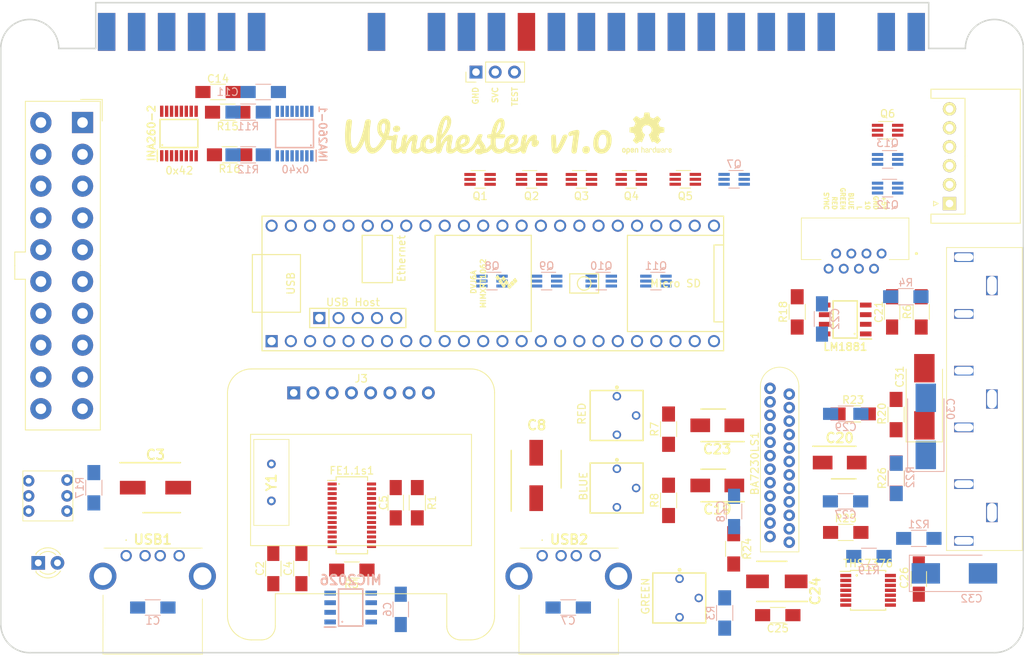
<source format=kicad_pcb>
(kicad_pcb (version 20171130) (host pcbnew "(5.1.9)-1")
  (layers (0 F.Cu signal) (31 B.Cu signal) (34 B.Paste user) (35 F.Paste user) (36 B.SilkS user) (37 F.SilkS user) (38 B.Mask user) (39 F.Mask user) (44 Edge.Cuts user))
  (net 0 "")
  (net 1 GND)
  (net 2 /+5VA)
  (net 3 "Net-(ATX1-Pad8)")
  (net 4 /+12VA)
  (net 5 +3V3)
  (net 6 "Net-(ATX1-Pad14)")
  (net 7 "Net-(ATX1-Pad15)")
  (net 8 -5V)
  (net 9 +5V)
  (net 10 /USBA5V)
  (net 11 "Net-(C2-Pad2)")
  (net 12 /USBB5V)
  (net 13 /BLUE)
  (net 14 /GREEN)
  (net 15 "Net-(C21-Pad1)")
  (net 16 /SYNC)
  (net 17 "Net-(C22-Pad2)")
  (net 18 /RED)
  (net 19 /R-Y)
  (net 20 /B-Y)
  (net 21 /Y)
  (net 22 "Net-(C30-Pad1)")
  (net 23 /CH1)
  (net 24 "Net-(C31-Pad1)")
  (net 25 /CH2)
  (net 26 "Net-(C32-Pad1)")
  (net 27 /CH3)
  (net 28 "Net-(D1-Pad2)")
  (net 29 /10)
  (net 30 /L)
  (net 31 /CSYNC)
  (net 32 /BYPASS)
  (net 33 /DP1)
  (net 34 /DM1)
  (net 35 /DP2)
  (net 36 /DM2)
  (net 37 /SCL)
  (net 38 /SDA)
  (net 39 /P1_B4)
  (net 40 /P2_B4)
  (net 41 /P1_B5)
  (net 42 /P2_B5)
  (net 43 /P1_B6)
  (net 44 /P2_B6)
  (net 45 /OVCJ)
  (net 46 /ENP)
  (net 47 /S)
  (net 48 /G)
  (net 49 /R)
  (net 50 /B)
  (net 51 /P2_B4_N)
  (net 52 /P2_B3)
  (net 53 /P2_B2)
  (net 54 /P2_B1)
  (net 55 /P2_RIGHT)
  (net 56 /P2_LEFT)
  (net 57 /P2_DOWN)
  (net 58 /P2_UP)
  (net 59 /P2_START)
  (net 60 /COIN_P2)
  (net 61 /+12VB)
  (net 62 /+5VB)
  (net 63 /P1_B4_N)
  (net 64 /P1_B3)
  (net 65 /P1_B2)
  (net 66 /P1_B1)
  (net 67 /P1_RIGHT)
  (net 68 /P1_LEFT)
  (net 69 /P1_DOWN)
  (net 70 /P1_UP)
  (net 71 /P1_START)
  (net 72 /COIN_P1)
  (net 73 /DM)
  (net 74 /DP)
  (net 75 /USBVCC)
  (net 76 "Net-(C4-Pad2)")
  (net 77 /TEST)
  (net 78 /SERVICE)
  (net 79 "Net-(FE1.1s1-Pad2)")
  (net 80 "Net-(FE1.1s1-Pad3)")
  (net 81 "Net-(FE1.1s1-Pad14)")
  (net 82 "Net-(BA7230LS1-Pad18)")
  (net 83 "Net-(BA7230LS1-Pad16)")
  (net 84 "Net-(BA7230LS1-Pad14)")
  (net 85 "Net-(BA7230LS1-Pad17)")
  (net 86 "Net-(BA7230LS1-Pad15)")
  (net 87 "Net-(BA7230LS1-Pad13)")
  (net 88 "Net-(R19-Pad1)")
  (net 89 "Net-(R19-Pad2)")
  (net 90 "Net-(R20-Pad2)")
  (net 91 "Net-(R21-Pad2)")
  (net 92 /P1_B4_23)
  (net 93 /P2_B6_20)
  (net 94 /P1_B6_19)
  (net 95 /P2_B4_24)
  (net 96 /P2_COIN_9)
  (net 97 /P2_START_8)
  (net 98 /P2_UP_11)
  (net 99 /P2_DOWN_10)
  (net 100 /P2_RIGHT_12)
  (net 101 /P2_LEFT_13)
  (net 102 /P2_B1_18)
  (net 103 /P2_B2_14)
  (net 104 /P1_B5_21)
  (net 105 /P2_B5_22)
  (net 106 /P1_COIN_37)
  (net 107 /P1_START_38)
  (net 108 /P1_UP_35)
  (net 109 /P1_DOWN_36)
  (net 110 /P1_RIGHT_33)
  (net 111 /P1_LEFT_32)
  (net 112 /P1_B1_29)
  (net 113 /P1_B2_30)
  (net 114 /P1_B4_28)
  (net 115 /P1_B3_27)
  (net 116 /P2_B3_25)
  (net 117 /P2_B4_26)
  (module samacsys:INA260 (layer F.Cu) (at 99.99 66.44 90)
    (fp_text reference INA260-2 (at 0.05 -3.63 90) (layer F.SilkS) (effects (font (thickness 0.2))))
    (fp_text value INA260 hide)
    (pad 16 smd rect (at 2.938 -2.275 180) (size 0.45 1.475) (layers F.Cu F.Paste F.Mask) (net 62 /+5VB))
    (pad 15 smd rect (at 2.938 -1.625 180) (size 0.45 1.475) (layers F.Cu F.Paste F.Mask) (net 62 /+5VB))
    (pad 14 smd rect (at 2.938 -0.975 180) (size 0.45 1.475) (layers F.Cu F.Paste F.Mask) (net 62 /+5VB))
    (pad 13 smd rect (at 2.938 -0.325 180) (size 0.45 1.475) (layers F.Cu F.Paste F.Mask))
    (pad 12 smd rect (at 2.938 0.325 180) (size 0.45 1.475) (layers F.Cu F.Paste F.Mask) (net 2 /+5VA))
    (pad 11 smd rect (at 2.938 0.975 180) (size 0.45 1.475) (layers F.Cu F.Paste F.Mask) (net 1 GND))
    (pad 10 smd rect (at 2.938 1.625 180) (size 0.45 1.475) (layers F.Cu F.Paste F.Mask) (net 9 +5V))
    (pad 9 smd rect (at 2.938 2.275 180) (size 0.45 1.475) (layers F.Cu F.Paste F.Mask) (net 37 /SCL))
    (pad 8 smd rect (at -2.938 2.275 180) (size 0.45 1.475) (layers F.Cu F.Paste F.Mask) (net 38 /SDA))
    (pad 7 smd rect (at -2.938 1.625 180) (size 0.45 1.475) (layers F.Cu F.Paste F.Mask))
    (pad 6 smd rect (at -2.938 0.975 180) (size 0.45 1.475) (layers F.Cu F.Paste F.Mask) (net 1 GND))
    (pad 5 smd rect (at -2.938 0.325 180) (size 0.45 1.475) (layers F.Cu F.Paste F.Mask) (net 1 GND))
    (pad 4 smd rect (at -2.938 -0.325 180) (size 0.45 1.475) (layers F.Cu F.Paste F.Mask) (net 1 GND))
    (pad 3 smd rect (at -2.938 -0.975 180) (size 0.45 1.475) (layers F.Cu F.Paste F.Mask) (net 2 /+5VA))
    (pad 2 smd rect (at -2.938 -1.625 180) (size 0.45 1.475) (layers F.Cu F.Paste F.Mask) (net 2 /+5VA))
    (pad 1 smd rect (at -2.938 -2.275 180) (size 0.45 1.475) (layers F.Cu F.Paste F.Mask) (net 2 /+5VA))
  )
  (module adafruitoled:Adafruit_SSD1306 (layer F.Cu) (at 115.15 100.69)
    (fp_text reference J3 (at 8.92 -1.88) (layer F.SilkS))
    (fp_text value "SSD1306 OLED")
    (pad 8 thru_hole circle (at 17.78 0) (size 1.7 1.7) (drill 1) (layers *.Cu *.Mask) (net 1 GND))
    (pad 7 thru_hole circle (at 15.24 0) (size 1.7 1.7) (drill 1) (layers *.Cu *.Mask) (net 9 +5V))
    (pad 6 thru_hole circle (at 12.7 0) (size 1.7 1.7) (drill 1) (layers *.Cu *.Mask))
    (pad 5 thru_hole circle (at 10.16 0) (size 1.7 1.7) (drill 1) (layers *.Cu *.Mask))
    (pad 4 thru_hole circle (at 7.62 0) (size 1.7 1.7) (drill 1) (layers *.Cu *.Mask))
    (pad 3 thru_hole circle (at 5.08 0) (size 1.7 1.7) (drill 1) (layers *.Cu *.Mask))
    (pad 2 thru_hole circle (at 2.54 0) (size 1.7 1.7) (drill 1) (layers *.Cu *.Mask) (net 37 /SCL))
    (pad 1 thru_hole rect (at 0 0) (size 1.7 1.7) (drill 1) (layers *.Cu *.Mask) (net 38 /SDA))
    (pad "" np_thru_hole circle (at 23.368 0) (size 2.7 2.7) (drill 2.7) (layers *.Cu *.Mask))
    (pad "" np_thru_hole circle (at -5.588 29.464) (size 2.7 2.7) (drill 2.7) (layers *.Cu *.Mask))
    (pad "" np_thru_hole circle (at 23.368 29.464) (size 2.7 2.7) (drill 2.7) (layers *.Cu *.Mask))
    (pad "" np_thru_hole circle (at -5.588 0) (size 2.7 2.7) (drill 2.7) (layers *.Cu *.Mask))
  )
  (module samacsys:ECS120184XCKM (layer F.Cu) (at 112.2 114.96 90)
    (fp_text reference Y1 (at 2.44 0 90) (layer F.SilkS) (effects (font (size 1.27 1.27) (thickness 0.254))))
    (fp_text value ECS120 hide)
    (pad 2 thru_hole circle (at 4.88 0 90) (size 1.155 1.155) (drill 0.63) (layers *.Cu *.Mask) (net 79 "Net-(FE1.1s1-Pad2)"))
    (pad 1 thru_hole circle (at 0 0 90) (size 1.155 1.155) (drill 0.63) (layers *.Cu *.Mask) (net 80 "Net-(FE1.1s1-Pad3)"))
  )
  (module samacsys:EEE1HA010SR (layer F.Cu) (at 171.085 104.98 180)
    (fp_text reference C23 (at 0.015 -3.149) (layer F.SilkS) (effects (font (size 1.27 1.27) (thickness 0.254))))
    (fp_text value 1uF hide)
    (pad 2 smd rect (at 2.25 0 270) (size 1.8 2.6) (layers F.Cu F.Paste F.Mask) (net 18 /RED))
    (pad 1 smd rect (at -2.25 0 270) (size 1.8 2.6) (layers F.Cu F.Paste F.Mask) (net 87 "Net-(BA7230LS1-Pad13)"))
  )
  (module samacsys:EEE1HA010SR (layer F.Cu) (at 171.085 112.92 180)
    (fp_text reference C19 (at -0.015 -3.157) (layer F.SilkS) (effects (font (size 1.27 1.27) (thickness 0.254))))
    (fp_text value 1uF hide)
    (pad 2 smd rect (at 2.25 0 270) (size 1.8 2.6) (layers F.Cu F.Paste F.Mask) (net 13 /BLUE))
    (pad 1 smd rect (at -2.25 0 270) (size 1.8 2.6) (layers F.Cu F.Paste F.Mask) (net 86 "Net-(BA7230LS1-Pad15)"))
  )
  (module Pin_Headers:Pin_Header_Straight_1x03_Pitch2.54mm (layer F.Cu) (at 139.22 58.33 90)
    (fp_text reference J1 hide)
    (fp_text value Conn_01x03_Female)
    (pad 1 thru_hole rect (at 0 0 90) (size 1.7 1.7) (drill 1) (layers *.Cu *.Mask) (net 1 GND))
    (pad 2 thru_hole oval (at 0 2.54 90) (size 1.7 1.7) (drill 1) (layers *.Cu *.Mask) (net 78 /SERVICE))
    (pad 3 thru_hole oval (at 0 5.08 90) (size 1.7 1.7) (drill 1) (layers *.Cu *.Mask) (net 77 /TEST))
  )
  (module TO_SOT_Packages_SMD:SOT-363_SC-70-6_Handsoldering (layer B.Cu) (at 193.58 69.86 180)
    (fp_text reference Q13 (at 0.01 2.16) (layer B.SilkS) (effects (justify mirror)))
    (fp_text value MUN5230DW1T1G)
    (pad 6 smd rect (at 1.33 0.65 180) (size 1.5 0.4) (layers B.Cu B.Paste B.Mask) (net 42 /P2_B5))
    (pad 5 smd rect (at 1.33 0 180) (size 1.5 0.4) (layers B.Cu B.Paste B.Mask) (net 104 /P1_B5_21))
    (pad 4 smd rect (at 1.33 -0.65 180) (size 1.5 0.4) (layers B.Cu B.Paste B.Mask) (net 1 GND))
    (pad 3 smd rect (at -1.33 -0.65 180) (size 1.5 0.4) (layers B.Cu B.Paste B.Mask) (net 41 /P1_B5))
    (pad 2 smd rect (at -1.33 0 180) (size 1.5 0.4) (layers B.Cu B.Paste B.Mask) (net 105 /P2_B5_22))
    (pad 1 smd rect (at -1.33 0.65 180) (size 1.5 0.4) (layers B.Cu B.Paste B.Mask) (net 1 GND))
  )
  (module samacsys:SOIC127P599X173-8N (layer B.Cu) (at 122.67 129.04)
    (fp_text reference MIC2026 (at 0 -3.63) (layer B.SilkS) (effects (font (size 1.27 1.27) (thickness 0.254)) (justify mirror)))
    (fp_text value MIC2026-2YM hide)
    (pad 8 smd rect (at 2.712 1.905 270) (size 0.65 1.525) (layers B.Cu B.Paste B.Mask) (net 10 /USBA5V))
    (pad 7 smd rect (at 2.712 0.635 270) (size 0.65 1.525) (layers B.Cu B.Paste B.Mask) (net 9 +5V))
    (pad 6 smd rect (at 2.712 -0.635 270) (size 0.65 1.525) (layers B.Cu B.Paste B.Mask) (net 1 GND))
    (pad 5 smd rect (at 2.712 -1.905 270) (size 0.65 1.525) (layers B.Cu B.Paste B.Mask) (net 12 /USBB5V))
    (pad 4 smd rect (at -2.712 -1.905 270) (size 0.65 1.525) (layers B.Cu B.Paste B.Mask) (net 46 /ENP))
    (pad 3 smd rect (at -2.712 -0.635 270) (size 0.65 1.525) (layers B.Cu B.Paste B.Mask) (net 45 /OVCJ))
    (pad 2 smd rect (at -2.712 0.635 270) (size 0.65 1.525) (layers B.Cu B.Paste B.Mask) (net 45 /OVCJ))
    (pad 1 smd rect (at -2.712 1.905 270) (size 0.65 1.525) (layers B.Cu B.Paste B.Mask) (net 46 /ENP))
  )
  (module Symbols:OSHW-Logo2_7.3x6mm_SilkScreen (layer F.Cu) (at 161.79 66.43373)
    (fp_text reference LOGO1 hide)
    (fp_text value Logo_Open_Hardware_Small hide)
  )
  (module Winchester:v1 (layer F.Cu) (at 144.31 67.51)
    (fp_text reference L1 hide)
    (fp_text value Logo hide)
  )
  (module Winchester:JAMMA56HALF (layer F.Cu) (at 141.92 49.06)
    (fp_text reference U1 hide)
    (fp_text value Jamma)
    (pad _f smd rect (at 55.44 3.96) (size 2.3 5) (layers B.Cu B.Paste B.Mask) (net 1 GND))
    (pad _e smd rect (at 51.48 3.96) (size 2.3 5) (layers B.Cu B.Paste B.Mask) (net 1 GND))
    (pad _c smd rect (at 43.56 3.96) (size 2.3 5) (layers B.Cu B.Paste B.Mask) (net 51 /P2_B4_N))
    (pad _b smd rect (at 39.6 3.96) (size 2.3 5) (layers B.Cu B.Paste B.Mask) (net 52 /P2_B3))
    (pad _a smd rect (at 35.64 3.96) (size 2.3 5) (layers B.Cu B.Paste B.Mask) (net 53 /P2_B2))
    (pad Z smd rect (at 31.68 3.96) (size 2.3 5) (layers B.Cu B.Paste B.Mask) (net 54 /P2_B1))
    (pad Y smd rect (at 27.72 3.96) (size 2.3 5) (layers B.Cu B.Paste B.Mask) (net 55 /P2_RIGHT))
    (pad X smd rect (at 23.76 3.96) (size 2.3 5) (layers B.Cu B.Paste B.Mask) (net 56 /P2_LEFT))
    (pad W smd rect (at 19.8 3.96) (size 2.3 5) (layers B.Cu B.Paste B.Mask) (net 57 /P2_DOWN))
    (pad V smd rect (at 15.84 3.96) (size 2.3 5) (layers B.Cu B.Paste B.Mask) (net 58 /P2_UP))
    (pad U smd rect (at 11.88 3.96) (size 2.3 5) (layers B.Cu B.Paste B.Mask) (net 59 /P2_START))
    (pad T smd rect (at 7.92 3.96) (size 2.3 5) (layers B.Cu B.Paste B.Mask) (net 60 /COIN_P2))
    (pad R smd rect (at 0 3.96) (size 2.3 5) (layers B.Cu B.Paste B.Mask) (net 78 /SERVICE))
    (pad P smd rect (at -3.96 3.96) (size 2.3 5) (layers B.Cu B.Paste B.Mask) (net 47 /S))
    (pad N smd rect (at -7.92 3.96) (size 2.3 5) (layers B.Cu B.Paste B.Mask) (net 48 /G))
    (pad L smd rect (at -15.84 3.96) (size 2.3 5) (layers B.Cu B.Paste B.Mask) (net 30 /L))
    (pad F smd rect (at -31.68 3.96) (size 2.3 5) (layers B.Cu B.Paste B.Mask) (net 61 /+12VB))
    (pad E smd rect (at -35.64 3.96) (size 2.3 5) (layers B.Cu B.Paste B.Mask) (net 8 -5V))
    (pad D smd rect (at -39.6 3.96) (size 2.3 5) (layers B.Cu B.Paste B.Mask) (net 62 /+5VB))
    (pad C smd rect (at -43.56 3.96) (size 2.3 5) (layers B.Cu B.Paste B.Mask) (net 62 /+5VB))
    (pad B smd rect (at -47.52 3.96) (size 2.3 5) (layers B.Cu B.Paste B.Mask) (net 1 GND))
    (pad A smd rect (at -51.48 3.96) (size 2.3 5) (layers B.Cu B.Paste B.Mask) (net 1 GND))
    (pad 28 smd rect (at 55.44 3.96) (size 2.3 5) (layers F.Cu F.Paste F.Mask) (net 1 GND))
    (pad 27 smd rect (at 51.48 3.96) (size 2.3 5) (layers F.Cu F.Paste F.Mask) (net 1 GND))
    (pad 25 smd rect (at 43.56 3.96) (size 2.3 5) (layers F.Cu F.Paste F.Mask) (net 63 /P1_B4_N))
    (pad 24 smd rect (at 39.6 3.96) (size 2.3 5) (layers F.Cu F.Paste F.Mask) (net 64 /P1_B3))
    (pad 23 smd rect (at 35.64 3.96) (size 2.3 5) (layers F.Cu F.Paste F.Mask) (net 65 /P1_B2))
    (pad 22 smd rect (at 31.68 3.96) (size 2.3 5) (layers F.Cu F.Paste F.Mask) (net 66 /P1_B1))
    (pad 21 smd rect (at 27.72 3.96) (size 2.3 5) (layers F.Cu F.Paste F.Mask) (net 67 /P1_RIGHT))
    (pad 20 smd rect (at 23.76 3.96) (size 2.3 5) (layers F.Cu F.Paste F.Mask) (net 68 /P1_LEFT))
    (pad 19 smd rect (at 19.8 3.96) (size 2.3 5) (layers F.Cu F.Paste F.Mask) (net 69 /P1_DOWN))
    (pad 18 smd rect (at 15.84 3.96) (size 2.3 5) (layers F.Cu F.Paste F.Mask) (net 70 /P1_UP))
    (pad 17 smd rect (at 11.88 3.96) (size 2.3 5) (layers F.Cu F.Paste F.Mask) (net 71 /P1_START))
    (pad 16 smd rect (at 7.92 3.96) (size 2.3 5) (layers F.Cu F.Paste F.Mask) (net 72 /COIN_P1))
    (pad 15 smd rect (at 3.96 3.96) (size 2.3 5) (layers F.Cu F.Paste F.Mask) (net 77 /TEST))
    (pad 14 smd rect (at 0 3.96) (size 2.3 5) (layers F.Cu F.Paste F.Mask) (net 1 GND))
    (pad 13 smd rect (at -3.96 3.96) (size 2.3 5) (layers F.Cu F.Paste F.Mask) (net 50 /B))
    (pad 12 smd rect (at -7.92 3.96) (size 2.3 5) (layers F.Cu F.Paste F.Mask) (net 49 /R))
    (pad 10 smd rect (at -15.84 3.96) (size 2.3 5) (layers F.Cu F.Paste F.Mask) (net 29 /10))
    (pad 6 smd rect (at -31.68 3.96) (size 2.3 5) (layers F.Cu F.Paste F.Mask) (net 61 /+12VB))
    (pad 5 smd rect (at -35.64 3.96) (size 2.3 5) (layers F.Cu F.Paste F.Mask) (net 8 -5V))
    (pad 4 smd rect (at -39.6 3.96) (size 2.3 5) (layers F.Cu F.Paste F.Mask) (net 62 /+5VB))
    (pad 3 smd rect (at -43.56 3.96) (size 2.3 5) (layers F.Cu F.Paste F.Mask) (net 62 /+5VB))
    (pad 2 smd rect (at -47.52 3.96) (size 2.3 5) (layers F.Cu F.Paste F.Mask) (net 1 GND))
    (pad 1 smd rect (at -51.48 3.96) (size 2.3 5) (layers F.Cu F.Paste F.Mask) (net 1 GND))
  )
  (module teensy:Teensy41 (layer F.Cu) (at 141.44 86.24)
    (fp_text reference U7 hide)
    (fp_text value Teensy4.1)
    (fp_text user "USB Host" (at -18.4658 2.4892) (layer F.SilkS))
    (fp_text user Ethernet (at -12.065 -3.2766 270) (layer F.SilkS))
    (fp_text user USB (at -26.67 0 90) (layer F.SilkS))
    (fp_text user "Micro SD" (at 24.13 0) (layer F.SilkS))
    (fp_text user MIMXRT1062 (at -1.27 0 90) (layer F.SilkS) (effects (font (size 0.7 0.7))))
    (fp_text user DVJ6A (at -2.54 -0.18 90) (layer F.SilkS) (effects (font (size 0.7 0.7))))
    (pad 17 thru_hole circle (at 11.43 7.62) (size 1.6 1.6) (drill 1.1) (layers *.Cu *.Mask) (net 32 /BYPASS))
    (pad 18 thru_hole circle (at 13.97 7.62) (size 1.6 1.6) (drill 1.1) (layers *.Cu *.Mask) (net 102 /P2_B1_18))
    (pad 19 thru_hole circle (at 16.51 7.62) (size 1.6 1.6) (drill 1.1) (layers *.Cu *.Mask) (net 94 /P1_B6_19))
    (pad 20 thru_hole circle (at 19.05 7.62) (size 1.6 1.6) (drill 1.1) (layers *.Cu *.Mask) (net 93 /P2_B6_20))
    (pad 16 thru_hole circle (at 8.89 7.62) (size 1.6 1.6) (drill 1.1) (layers *.Cu *.Mask))
    (pad 15 thru_hole circle (at 6.35 7.62) (size 1.6 1.6) (drill 1.1) (layers *.Cu *.Mask))
    (pad 14 thru_hole circle (at 3.81 7.62) (size 1.6 1.6) (drill 1.1) (layers *.Cu *.Mask) (net 103 /P2_B2_14))
    (pad 21 thru_hole circle (at 21.59 7.62) (size 1.6 1.6) (drill 1.1) (layers *.Cu *.Mask) (net 104 /P1_B5_21))
    (pad 22 thru_hole circle (at 24.13 7.62) (size 1.6 1.6) (drill 1.1) (layers *.Cu *.Mask) (net 105 /P2_B5_22))
    (pad 23 thru_hole circle (at 26.67 7.62) (size 1.6 1.6) (drill 1.1) (layers *.Cu *.Mask) (net 92 /P1_B4_23))
    (pad 24 thru_hole circle (at 29.21 7.62) (size 1.6 1.6) (drill 1.1) (layers *.Cu *.Mask) (net 95 /P2_B4_24))
    (pad 25 thru_hole circle (at 29.21 -7.62) (size 1.6 1.6) (drill 1.1) (layers *.Cu *.Mask) (net 116 /P2_B3_25))
    (pad 26 thru_hole circle (at 26.67 -7.62) (size 1.6 1.6) (drill 1.1) (layers *.Cu *.Mask) (net 117 /P2_B4_26))
    (pad 27 thru_hole circle (at 24.13 -7.62) (size 1.6 1.6) (drill 1.1) (layers *.Cu *.Mask) (net 115 /P1_B3_27))
    (pad 28 thru_hole circle (at 21.59 -7.62) (size 1.6 1.6) (drill 1.1) (layers *.Cu *.Mask) (net 114 /P1_B4_28))
    (pad 29 thru_hole circle (at 19.05 -7.62) (size 1.6 1.6) (drill 1.1) (layers *.Cu *.Mask) (net 112 /P1_B1_29))
    (pad 30 thru_hole circle (at 16.51 -7.62) (size 1.6 1.6) (drill 1.1) (layers *.Cu *.Mask) (net 113 /P1_B2_30))
    (pad 31 thru_hole circle (at 13.97 -7.62) (size 1.6 1.6) (drill 1.1) (layers *.Cu *.Mask))
    (pad 32 thru_hole circle (at 11.43 -7.62) (size 1.6 1.6) (drill 1.1) (layers *.Cu *.Mask) (net 111 /P1_LEFT_32))
    (pad 33 thru_hole circle (at 8.89 -7.62) (size 1.6 1.6) (drill 1.1) (layers *.Cu *.Mask) (net 110 /P1_RIGHT_33))
    (pad 34 thru_hole circle (at 6.35 -7.62) (size 1.6 1.6) (drill 1.1) (layers *.Cu *.Mask) (net 1 GND))
    (pad 13 thru_hole circle (at 1.27 7.62) (size 1.6 1.6) (drill 1.1) (layers *.Cu *.Mask) (net 101 /P2_LEFT_13))
    (pad 12 thru_hole circle (at -1.27 7.62) (size 1.6 1.6) (drill 1.1) (layers *.Cu *.Mask) (net 100 /P2_RIGHT_12))
    (pad 11 thru_hole circle (at -3.81 7.62) (size 1.6 1.6) (drill 1.1) (layers *.Cu *.Mask) (net 98 /P2_UP_11))
    (pad 10 thru_hole circle (at -6.35 7.62) (size 1.6 1.6) (drill 1.1) (layers *.Cu *.Mask) (net 99 /P2_DOWN_10))
    (pad 9 thru_hole circle (at -8.89 7.62) (size 1.6 1.6) (drill 1.1) (layers *.Cu *.Mask) (net 96 /P2_COIN_9))
    (pad 8 thru_hole circle (at -11.43 7.62) (size 1.6 1.6) (drill 1.1) (layers *.Cu *.Mask) (net 97 /P2_START_8))
    (pad 7 thru_hole circle (at -13.97 7.62) (size 1.6 1.6) (drill 1.1) (layers *.Cu *.Mask))
    (pad 6 thru_hole circle (at -16.51 7.62) (size 1.6 1.6) (drill 1.1) (layers *.Cu *.Mask))
    (pad 5 thru_hole circle (at -19.05 7.62) (size 1.6 1.6) (drill 1.1) (layers *.Cu *.Mask))
    (pad 4 thru_hole circle (at -21.59 7.62) (size 1.6 1.6) (drill 1.1) (layers *.Cu *.Mask))
    (pad 3 thru_hole circle (at -24.13 7.62) (size 1.6 1.6) (drill 1.1) (layers *.Cu *.Mask))
    (pad 2 thru_hole circle (at -26.67 7.62) (size 1.6 1.6) (drill 1.1) (layers *.Cu *.Mask))
    (pad 1 thru_hole rect (at -29.21 7.62) (size 1.6 1.6) (drill 1.1) (layers *.Cu *.Mask) (net 1 GND))
    (pad 35 thru_hole circle (at 3.81 -7.62) (size 1.6 1.6) (drill 1.1) (layers *.Cu *.Mask) (net 108 /P1_UP_35))
    (pad 36 thru_hole circle (at 1.27 -7.62) (size 1.6 1.6) (drill 1.1) (layers *.Cu *.Mask) (net 109 /P1_DOWN_36))
    (pad 37 thru_hole circle (at -1.27 -7.62) (size 1.6 1.6) (drill 1.1) (layers *.Cu *.Mask) (net 106 /P1_COIN_37))
    (pad 38 thru_hole circle (at -3.81 -7.62) (size 1.6 1.6) (drill 1.1) (layers *.Cu *.Mask) (net 107 /P1_START_38))
    (pad 39 thru_hole circle (at -6.35 -7.62) (size 1.6 1.6) (drill 1.1) (layers *.Cu *.Mask))
    (pad 40 thru_hole circle (at -8.89 -7.62) (size 1.6 1.6) (drill 1.1) (layers *.Cu *.Mask) (net 38 /SDA))
    (pad 41 thru_hole circle (at -11.43 -7.62) (size 1.6 1.6) (drill 1.1) (layers *.Cu *.Mask) (net 37 /SCL))
    (pad 42 thru_hole circle (at -13.97 -7.62) (size 1.6 1.6) (drill 1.1) (layers *.Cu *.Mask))
    (pad 43 thru_hole circle (at -16.51 -7.62) (size 1.6 1.6) (drill 1.1) (layers *.Cu *.Mask))
    (pad 44 thru_hole circle (at -19.05 -7.62) (size 1.6 1.6) (drill 1.1) (layers *.Cu *.Mask))
    (pad 45 thru_hole circle (at -21.59 -7.62) (size 1.6 1.6) (drill 1.1) (layers *.Cu *.Mask))
    (pad 46 thru_hole circle (at -24.13 -7.62) (size 1.6 1.6) (drill 1.1) (layers *.Cu *.Mask))
    (pad 47 thru_hole circle (at -26.67 -7.62) (size 1.6 1.6) (drill 1.1) (layers *.Cu *.Mask) (net 1 GND))
    (pad 48 thru_hole circle (at -29.21 -7.62) (size 1.6 1.6) (drill 1.1) (layers *.Cu *.Mask) (net 9 +5V))
    (pad 55 thru_hole rect (at -22.9108 4.5692) (size 1.6 1.6) (drill 1.1) (layers *.Cu *.Mask) (net 75 /USBVCC))
    (pad 56 thru_hole circle (at -20.3708 4.5692) (size 1.6 1.6) (drill 1.1) (layers *.Cu *.Mask) (net 73 /DM))
    (pad 57 thru_hole circle (at -17.8308 4.5692) (size 1.6 1.6) (drill 1.1) (layers *.Cu *.Mask) (net 74 /DP))
    (pad 58 thru_hole circle (at -15.2908 4.5692) (size 1.6 1.6) (drill 1.1) (layers *.Cu *.Mask) (net 1 GND))
    (pad 59 thru_hole circle (at -12.7508 4.5692) (size 1.6 1.6) (drill 1.1) (layers *.Cu *.Mask) (net 1 GND))
  )
  (module TO_SOT_Packages_SMD:SOT-363_SC-70-6_Handsoldering (layer B.Cu) (at 141.33 85.93 180)
    (fp_text reference Q8 (at 0 2) (layer B.SilkS) (effects (justify mirror)))
    (fp_text value MUN5230DW1T1G)
    (pad 1 smd rect (at -1.33 0.65 180) (size 1.5 0.4) (layers B.Cu B.Paste B.Mask) (net 1 GND))
    (pad 2 smd rect (at -1.33 0 180) (size 1.5 0.4) (layers B.Cu B.Paste B.Mask) (net 96 /P2_COIN_9))
    (pad 3 smd rect (at -1.33 -0.65 180) (size 1.5 0.4) (layers B.Cu B.Paste B.Mask) (net 59 /P2_START))
    (pad 4 smd rect (at 1.33 -0.65 180) (size 1.5 0.4) (layers B.Cu B.Paste B.Mask) (net 1 GND))
    (pad 5 smd rect (at 1.33 0 180) (size 1.5 0.4) (layers B.Cu B.Paste B.Mask) (net 97 /P2_START_8))
    (pad 6 smd rect (at 1.33 0.65 180) (size 1.5 0.4) (layers B.Cu B.Paste B.Mask) (net 60 /COIN_P2))
  )
  (module TO_SOT_Packages_SMD:SOT-363_SC-70-6_Handsoldering (layer B.Cu) (at 173.31 72.49 180)
    (fp_text reference Q7 (at 0 2) (layer B.SilkS) (effects (justify mirror)))
    (fp_text value MUN5230DW1T1G)
    (pad 6 smd rect (at 1.33 0.65 180) (size 1.5 0.4) (layers B.Cu B.Paste B.Mask) (net 52 /P2_B3))
    (pad 5 smd rect (at 1.33 0 180) (size 1.5 0.4) (layers B.Cu B.Paste B.Mask) (net 117 /P2_B4_26))
    (pad 4 smd rect (at 1.33 -0.65 180) (size 1.5 0.4) (layers B.Cu B.Paste B.Mask) (net 1 GND))
    (pad 3 smd rect (at -1.33 -0.65 180) (size 1.5 0.4) (layers B.Cu B.Paste B.Mask) (net 51 /P2_B4_N))
    (pad 2 smd rect (at -1.33 0 180) (size 1.5 0.4) (layers B.Cu B.Paste B.Mask) (net 116 /P2_B3_25))
    (pad 1 smd rect (at -1.33 0.65 180) (size 1.5 0.4) (layers B.Cu B.Paste B.Mask) (net 1 GND))
  )
  (module samacsys:SLW8R5C7LF (layer F.Cu) (at 192.786 82.296 180)
    (fp_text reference J2 hide)
    (fp_text value SLW8R-5C7LF hide)
    (pad 8 thru_hole circle (at 7 -2 180) (size 1.3 1.3) (drill 0.8) (layers *.Cu *.Mask) (net 31 /CSYNC))
    (pad 7 thru_hole circle (at 6 0 180) (size 1.3 1.3) (drill 0.8) (layers *.Cu *.Mask) (net 18 /RED))
    (pad 6 thru_hole circle (at 5 -2 180) (size 1.3 1.3) (drill 0.8) (layers *.Cu *.Mask) (net 14 /GREEN))
    (pad 5 thru_hole circle (at 4 0 180) (size 1.3 1.3) (drill 0.8) (layers *.Cu *.Mask) (net 13 /BLUE))
    (pad 4 thru_hole circle (at 3 -2 180) (size 1.3 1.3) (drill 0.8) (layers *.Cu *.Mask) (net 30 /L))
    (pad 3 thru_hole circle (at 2 0 180) (size 1.3 1.3) (drill 0.8) (layers *.Cu *.Mask) (net 29 /10))
    (pad 2 thru_hole circle (at 1 -2 180) (size 1.3 1.3) (drill 0.8) (layers *.Cu *.Mask) (net 1 GND))
    (pad 1 thru_hole circle (at 0 0 180) (size 1.3 1.3) (drill 0.8) (layers *.Cu *.Mask) (net 9 +5V))
  )
  (module Winchester:MountingHole_3.2mm_M3 (layer F.Cu) (at 102.97 97.3)
    (fp_text reference H6 hide)
    (fp_text value MountingHole)
    (pad 1 np_thru_hole circle (at 0 0) (size 3.2 3.2) (drill 3.2) (layers *.Cu *.Mask))
  )
  (module Winchester:C_1206_HandSoldering (layer F.Cu) (at 128.62 115.2 270)
    (fp_text reference C5 (at 0 1.63 90) (layer F.SilkS))
    (fp_text value 10uF)
    (pad 1 smd rect (at -2 0 270) (size 2 1.6) (layers F.Cu F.Paste F.Mask) (net 1 GND))
    (pad 2 smd rect (at 2 0 270) (size 2 1.6) (layers F.Cu F.Paste F.Mask) (net 9 +5V))
  )
  (module Winchester:POWER_SW (layer F.Cu) (at 82.68 114.3)
    (fp_text reference POWER1 hide)
    (fp_text value SW_DPDT_x2)
    (pad 6 thru_hole circle (at 2.54 2) (size 1.524 1.524) (drill 0.762) (layers *.Cu *.Mask))
    (pad 5 thru_hole circle (at -2.54 2) (size 1.524 1.524) (drill 0.762) (layers *.Cu *.Mask))
    (pad 4 thru_hole circle (at 2.54 0) (size 1.524 1.524) (drill 0.762) (layers *.Cu *.Mask))
    (pad 3 thru_hole circle (at -2.54 0) (size 1.524 1.524) (drill 0.762) (layers *.Cu *.Mask) (net 6 "Net-(ATX1-Pad14)"))
    (pad 2 thru_hole circle (at 2.54 -2.1) (size 1.524 1.524) (drill 0.762) (layers *.Cu *.Mask))
    (pad 1 thru_hole circle (at -2.54 -2) (size 1.524 1.524) (drill 0.762) (layers *.Cu *.Mask) (net 7 "Net-(ATX1-Pad15)"))
  )
  (module Winchester:MountingHole_3.2mm_M3 (layer F.Cu) (at 207.65 130.93)
    (fp_text reference H2 hide)
    (fp_text value MountingHole)
    (pad "" np_thru_hole circle (at 0 0) (size 3.2 3.2) (drill 3.2) (layers *.Cu *.Mask))
  )
  (module Winchester:MountingHole_3.2mm_M3 (layer F.Cu) (at 80.2607 130.93)
    (fp_text reference H3 hide)
    (fp_text value MountingHole)
    (pad "" np_thru_hole circle (at 0 0) (size 3.2 3.2) (drill 3.2) (layers *.Cu *.Mask))
  )
  (module Winchester:LED_D3.0mm (layer F.Cu) (at 81.41 123.14)
    (fp_text reference D1 hide)
    (fp_text value LED)
    (pad 1 thru_hole rect (at 0 0) (size 1.8 1.8) (drill 0.9) (layers *.Cu *.Mask) (net 1 GND))
    (pad 2 thru_hole circle (at 2.54 0) (size 1.8 1.8) (drill 0.9) (layers *.Cu *.Mask) (net 28 "Net-(D1-Pad2)"))
  )
  (module Winchester:C_1206_HandSoldering (layer B.Cu) (at 111.13 60.96 180)
    (fp_text reference C11 (at 4.71 0) (layer B.SilkS) (effects (justify mirror)))
    (fp_text value 1uF)
    (pad 1 smd rect (at -2 0 180) (size 2 1.6) (layers B.Cu B.Paste B.Mask) (net 9 +5V))
    (pad 2 smd rect (at 2 0 180) (size 2 1.6) (layers B.Cu B.Paste B.Mask) (net 1 GND))
  )
  (module Winchester:MountingHole_3.2mm_M3 (layer F.Cu) (at 185 97.3)
    (fp_text reference H5 hide)
    (fp_text value MountingHole)
    (pad "" np_thru_hole circle (at 0 0) (size 3.2 3.2) (drill 3.2) (layers *.Cu *.Mask))
  )
  (module Winchester:R_1206_HandSoldering (layer F.Cu) (at 194.7 111.95 90)
    (fp_text reference R26 (at 0 -1.85 90) (layer F.SilkS))
    (fp_text value 200ohm)
    (pad 1 smd rect (at -2 0 90) (size 2 1.7) (layers F.Cu F.Paste F.Mask) (net 88 "Net-(R19-Pad1)"))
    (pad 2 smd rect (at 2 0 90) (size 2 1.7) (layers F.Cu F.Paste F.Mask) (net 31 /CSYNC))
  )
  (module Winchester:PJRAN (layer F.Cu) (at 206.361 101.504 90)
    (fp_text reference COMPONENT1 hide)
    (fp_text value PJRAN)
    (pad 9 thru_hole rect (at 18.7325 -2.7178 90) (size 1.27 2.54) (drill oval 1.016 2.4892) (layers *.Cu *.Mask) (net 25 /CH2))
    (pad 8 thru_hole rect (at 11.2395 -2.7178 90) (size 1.27 2.54) (drill oval 1.016 2.4892) (layers *.Cu *.Mask) (net 25 /CH2))
    (pad 7 thru_hole rect (at 3.7465 -2.7178 90) (size 1.27 2.54) (drill oval 1.016 2.4892) (layers *.Cu *.Mask) (net 23 /CH1))
    (pad 6 thru_hole rect (at -3.7465 -2.7178 90) (size 1.27 2.54) (drill oval 1.016 2.4892) (layers *.Cu *.Mask) (net 23 /CH1))
    (pad 5 thru_hole rect (at -11.2395 -2.7178 90) (size 1.27 2.54) (drill oval 1.016 2.4892) (layers *.Cu *.Mask) (net 27 /CH3))
    (pad 4 thru_hole rect (at -18.7325 -2.7178 90) (size 1.27 2.54) (drill oval 1.016 2.4892) (layers *.Cu *.Mask) (net 27 /CH3))
    (pad 1 thru_hole rect (at -14.986 0.9906 90) (size 2.54 1.524) (drill oval 2.4892 1.27) (layers *.Cu *.Mask) (net 1 GND))
    (pad 3 thru_hole rect (at 14.986 0.9906 90) (size 2.54 1.524) (drill oval 2.4892 1.27) (layers *.Cu *.Mask) (net 1 GND))
    (pad 2 thru_hole rect (at 0 0.9906 90) (size 2.54 1.524) (drill oval 2.4892 1.27) (layers *.Cu *.Mask) (net 1 GND))
  )
  (module Winchester:MountingHole_3.2mm_M3 (layer F.Cu) (at 80.28 55.25)
    (fp_text reference H4 hide)
    (fp_text value MountingHole)
    (pad "" np_thru_hole circle (at -0.01926 -0.01856) (size 3.2 3.2) (drill 3.2) (layers *.Cu *.Mask))
  )
  (module Winchester:C_1206_HandSoldering (layer B.Cu) (at 188.048 103.462)
    (fp_text reference C29 (at 0 1.75) (layer B.SilkS) (effects (justify mirror)))
    (fp_text value 0.1uF)
    (pad 1 smd rect (at -2 0) (size 2 1.6) (layers B.Cu B.Paste B.Mask) (net 83 "Net-(BA7230LS1-Pad16)"))
    (pad 2 smd rect (at 2 0) (size 2 1.6) (layers B.Cu B.Paste B.Mask) (net 21 /Y))
  )
  (module Winchester:C_1206_HandSoldering (layer B.Cu) (at 173.3 116.35 270)
    (fp_text reference C28 (at 0 1.75 90) (layer B.SilkS) (effects (justify mirror)))
    (fp_text value 0.1uF)
    (pad 1 smd rect (at -2 0 270) (size 2 1.6) (layers B.Cu B.Paste B.Mask) (net 85 "Net-(BA7230LS1-Pad17)"))
    (pad 2 smd rect (at 2 0 270) (size 2 1.6) (layers B.Cu B.Paste B.Mask) (net 20 /B-Y))
  )
  (module Winchester:C_1206_HandSoldering (layer B.Cu) (at 188.02 115.02)
    (fp_text reference C27 (at 0 1.75) (layer B.SilkS) (effects (justify mirror)))
    (fp_text value 0.1uF)
    (pad 1 smd rect (at -2 0) (size 2 1.6) (layers B.Cu B.Paste B.Mask) (net 82 "Net-(BA7230LS1-Pad18)"))
    (pad 2 smd rect (at 2 0) (size 2 1.6) (layers B.Cu B.Paste B.Mask) (net 19 /R-Y))
  )
  (module Winchester:C_1206_HandSoldering (layer F.Cu) (at 197.7 125.28 90)
    (fp_text reference C26 (at 0.167 -1.916 90) (layer F.SilkS))
    (fp_text value 0.1uF)
    (pad 1 smd rect (at -2 0 90) (size 2 1.6) (layers F.Cu F.Paste F.Mask) (net 9 +5V))
    (pad 2 smd rect (at 2 0 90) (size 2 1.6) (layers F.Cu F.Paste F.Mask) (net 1 GND))
  )
  (module samacsys:875201010BLF (layer F.Cu) (at 147.96 122.19)
    (fp_text reference USB2 (at 3.555 -2.129) (layer F.SilkS) (effects (font (size 1.27 1.27) (thickness 0.254))))
    (fp_text value USB_A hide)
    (pad MH2 thru_hole circle (at 10.07 2.71) (size 3.57 3.57) (drill 2.38) (layers *.Cu *.Mask))
    (pad MH1 thru_hole circle (at -3.07 2.71) (size 3.57 3.57) (drill 2.38) (layers *.Cu *.Mask))
    (pad 4 thru_hole circle (at 7 0) (size 1.5 1.5) (drill 1) (layers *.Cu *.Mask) (net 1 GND))
    (pad 3 thru_hole circle (at 4.5 0) (size 1.5 1.5) (drill 1) (layers *.Cu *.Mask) (net 35 /DP2))
    (pad 2 thru_hole circle (at 2.5 0) (size 1.5 1.5) (drill 1) (layers *.Cu *.Mask) (net 36 /DM2))
    (pad 1 thru_hole circle (at 0 0) (size 1.5 1.5) (drill 1) (layers *.Cu *.Mask) (net 12 /USBB5V))
  )
  (module samacsys:875201010BLF (layer F.Cu) (at 93.02 122.19)
    (fp_text reference USB1 (at 3.51 -2.129) (layer F.SilkS) (effects (font (size 1.27 1.27) (thickness 0.254))))
    (fp_text value USB_A hide)
    (pad MH2 thru_hole circle (at 10.07 2.71) (size 3.57 3.57) (drill 2.38) (layers *.Cu *.Mask))
    (pad MH1 thru_hole circle (at -3.07 2.71) (size 3.57 3.57) (drill 2.38) (layers *.Cu *.Mask))
    (pad 4 thru_hole circle (at 7 0) (size 1.5 1.5) (drill 1) (layers *.Cu *.Mask) (net 1 GND))
    (pad 3 thru_hole circle (at 4.5 0) (size 1.5 1.5) (drill 1) (layers *.Cu *.Mask) (net 33 /DP1))
    (pad 2 thru_hole circle (at 2.5 0) (size 1.5 1.5) (drill 1) (layers *.Cu *.Mask) (net 34 /DM1))
    (pad 1 thru_hole circle (at 0 0) (size 1.5 1.5) (drill 1) (layers *.Cu *.Mask) (net 10 /USBA5V))
  )
  (module samacsys:LM1881 (layer F.Cu) (at 187.976 91.0011 180)
    (fp_text reference LM1881 (at -0.024 -3.6189) (layer F.SilkS) (effects (font (thickness 0.2))))
    (fp_text value LM1881 hide)
    (pad 8 smd rect (at 2.711 -1.905 270) (size 0.65 1.528) (layers F.Cu F.Paste F.Mask) (net 9 +5V))
    (pad 7 smd rect (at 2.711 -0.635 270) (size 0.65 1.528) (layers F.Cu F.Paste F.Mask))
    (pad 6 smd rect (at 2.711 0.635 270) (size 0.65 1.528) (layers F.Cu F.Paste F.Mask) (net 17 "Net-(C22-Pad2)"))
    (pad 5 smd rect (at 2.711 1.905 270) (size 0.65 1.528) (layers F.Cu F.Paste F.Mask))
    (pad 4 smd rect (at -2.711 1.905 270) (size 0.65 1.528) (layers F.Cu F.Paste F.Mask) (net 1 GND))
    (pad 3 smd rect (at -2.711 0.635 270) (size 0.65 1.528) (layers F.Cu F.Paste F.Mask))
    (pad 2 smd rect (at -2.711 -0.635 270) (size 0.65 1.528) (layers F.Cu F.Paste F.Mask) (net 15 "Net-(C21-Pad1)"))
    (pad 1 smd rect (at -2.711 -1.905 270) (size 0.65 1.528) (layers F.Cu F.Paste F.Mask) (net 31 /CSYNC))
  )
  (module samacsys:INA260 (layer B.Cu) (at 115.26 66.45 90)
    (fp_text reference INA260-1 (at -0.03 3.71 270 unlocked) (layer B.SilkS) (effects (font (thickness 0.2)) (justify mirror)))
    (fp_text value INA260 hide)
    (pad 16 smd rect (at 2.938 2.275) (size 0.45 1.475) (layers B.Cu B.Paste B.Mask) (net 61 /+12VB))
    (pad 15 smd rect (at 2.938 1.625) (size 0.45 1.475) (layers B.Cu B.Paste B.Mask) (net 61 /+12VB))
    (pad 14 smd rect (at 2.938 0.975) (size 0.45 1.475) (layers B.Cu B.Paste B.Mask) (net 61 /+12VB))
    (pad 13 smd rect (at 2.938 0.325) (size 0.45 1.475) (layers B.Cu B.Paste B.Mask))
    (pad 12 smd rect (at 2.938 -0.325) (size 0.45 1.475) (layers B.Cu B.Paste B.Mask) (net 4 /+12VA))
    (pad 11 smd rect (at 2.938 -0.975) (size 0.45 1.475) (layers B.Cu B.Paste B.Mask) (net 1 GND))
    (pad 10 smd rect (at 2.938 -1.625) (size 0.45 1.475) (layers B.Cu B.Paste B.Mask) (net 9 +5V))
    (pad 9 smd rect (at 2.938 -2.275) (size 0.45 1.475) (layers B.Cu B.Paste B.Mask) (net 37 /SCL))
    (pad 8 smd rect (at -2.938 -2.275) (size 0.45 1.475) (layers B.Cu B.Paste B.Mask) (net 38 /SDA))
    (pad 7 smd rect (at -2.938 -1.625) (size 0.45 1.475) (layers B.Cu B.Paste B.Mask))
    (pad 6 smd rect (at -2.938 -0.975) (size 0.45 1.475) (layers B.Cu B.Paste B.Mask) (net 1 GND))
    (pad 5 smd rect (at -2.938 -0.325) (size 0.45 1.475) (layers B.Cu B.Paste B.Mask) (net 38 /SDA))
    (pad 4 smd rect (at -2.938 0.325) (size 0.45 1.475) (layers B.Cu B.Paste B.Mask) (net 1 GND))
    (pad 3 smd rect (at -2.938 0.975) (size 0.45 1.475) (layers B.Cu B.Paste B.Mask) (net 4 /+12VA))
    (pad 2 smd rect (at -2.938 1.625) (size 0.45 1.475) (layers B.Cu B.Paste B.Mask) (net 4 /+12VA))
    (pad 1 smd rect (at -2.938 2.275) (size 0.45 1.475) (layers B.Cu B.Paste B.Mask) (net 4 /+12VA))
  )
  (module Housings_SSOP:SSOP-28_3.9x9.9mm_Pitch0.635mm (layer F.Cu) (at 122.824 116.856)
    (fp_text reference FE1.1s1 (at 0 -5.9) (layer F.SilkS))
    (fp_text value FE1.1s)
    (pad 1 smd rect (at -2.6 -4.1275) (size 1.2 0.4) (layers F.Cu F.Paste F.Mask) (net 1 GND))
    (pad 2 smd rect (at -2.6 -3.4925) (size 1.2 0.4) (layers F.Cu F.Paste F.Mask) (net 79 "Net-(FE1.1s1-Pad2)"))
    (pad 3 smd rect (at -2.6 -2.8575) (size 1.2 0.4) (layers F.Cu F.Paste F.Mask) (net 80 "Net-(FE1.1s1-Pad3)"))
    (pad 4 smd rect (at -2.6 -2.2225) (size 1.2 0.4) (layers F.Cu F.Paste F.Mask))
    (pad 5 smd rect (at -2.6 -1.5875) (size 1.2 0.4) (layers F.Cu F.Paste F.Mask))
    (pad 6 smd rect (at -2.6 -0.9525) (size 1.2 0.4) (layers F.Cu F.Paste F.Mask))
    (pad 7 smd rect (at -2.6 -0.3175) (size 1.2 0.4) (layers F.Cu F.Paste F.Mask))
    (pad 8 smd rect (at -2.6 0.3175) (size 1.2 0.4) (layers F.Cu F.Paste F.Mask) (net 36 /DM2))
    (pad 9 smd rect (at -2.6 0.9525) (size 1.2 0.4) (layers F.Cu F.Paste F.Mask) (net 35 /DP2))
    (pad 10 smd rect (at -2.6 1.5875) (size 1.2 0.4) (layers F.Cu F.Paste F.Mask) (net 34 /DM1))
    (pad 11 smd rect (at -2.6 2.2225) (size 1.2 0.4) (layers F.Cu F.Paste F.Mask) (net 33 /DP1))
    (pad 12 smd rect (at -2.6 2.8575) (size 1.2 0.4) (layers F.Cu F.Paste F.Mask) (net 11 "Net-(C2-Pad2)"))
    (pad 13 smd rect (at -2.6 3.4925) (size 1.2 0.4) (layers F.Cu F.Paste F.Mask) (net 76 "Net-(C4-Pad2)"))
    (pad 14 smd rect (at -2.6 4.1275) (size 1.2 0.4) (layers F.Cu F.Paste F.Mask) (net 81 "Net-(FE1.1s1-Pad14)"))
    (pad 15 smd rect (at 2.6 4.1275) (size 1.2 0.4) (layers F.Cu F.Paste F.Mask) (net 73 /DM))
    (pad 16 smd rect (at 2.6 3.4925) (size 1.2 0.4) (layers F.Cu F.Paste F.Mask) (net 74 /DP))
    (pad 17 smd rect (at 2.6 2.8575) (size 1.2 0.4) (layers F.Cu F.Paste F.Mask))
    (pad 18 smd rect (at 2.6 2.2225) (size 1.2 0.4) (layers F.Cu F.Paste F.Mask) (net 75 /USBVCC))
    (pad 19 smd rect (at 2.6 1.5875) (size 1.2 0.4) (layers F.Cu F.Paste F.Mask) (net 76 "Net-(C4-Pad2)"))
    (pad 20 smd rect (at 2.6 0.9525) (size 1.2 0.4) (layers F.Cu F.Paste F.Mask) (net 9 +5V))
    (pad 21 smd rect (at 2.6 0.3175) (size 1.2 0.4) (layers F.Cu F.Paste F.Mask) (net 76 "Net-(C4-Pad2)"))
    (pad 22 smd rect (at 2.6 -0.3175) (size 1.2 0.4) (layers F.Cu F.Paste F.Mask))
    (pad 23 smd rect (at 2.6 -0.9525) (size 1.2 0.4) (layers F.Cu F.Paste F.Mask))
    (pad 24 smd rect (at 2.6 -1.5875) (size 1.2 0.4) (layers F.Cu F.Paste F.Mask))
    (pad 25 smd rect (at 2.6 -2.2225) (size 1.2 0.4) (layers F.Cu F.Paste F.Mask) (net 46 /ENP))
    (pad 26 smd rect (at 2.6 -2.8575) (size 1.2 0.4) (layers F.Cu F.Paste F.Mask) (net 45 /OVCJ))
    (pad 27 smd rect (at 2.6 -3.4925) (size 1.2 0.4) (layers F.Cu F.Paste F.Mask))
    (pad 28 smd rect (at 2.6 -4.1275) (size 1.2 0.4) (layers F.Cu F.Paste F.Mask) (net 11 "Net-(C2-Pad2)"))
  )
  (module samacsys:3362P_1 (layer F.Cu) (at 154.296 113.258 270)
    (fp_text reference B_POT1 hide)
    (fp_text value R_POT_TRIM hide)
    (pad 3 thru_hole circle (at 2.54 -3.53 270) (size 1.12 1.12) (drill 0.69) (layers *.Cu *.Mask) (net 1 GND))
    (pad 2 thru_hole circle (at 0 -6.07 270) (size 1.12 1.12) (drill 0.69) (layers *.Cu *.Mask) (net 13 /BLUE))
    (pad 1 thru_hole circle (at -2.54 -3.53 270) (size 1.12 1.12) (drill 0.69) (layers *.Cu *.Mask) (net 50 /B))
  )
  (module samacsys:3362P_1 (layer F.Cu) (at 154.296 103.681 270)
    (fp_text reference R_POT1 hide)
    (fp_text value R_POT_TRIM hide)
    (pad 3 thru_hole circle (at 2.54 -3.53 270) (size 1.12 1.12) (drill 0.69) (layers *.Cu *.Mask) (net 1 GND))
    (pad 2 thru_hole circle (at 0 -6.07 270) (size 1.12 1.12) (drill 0.69) (layers *.Cu *.Mask) (net 18 /RED))
    (pad 1 thru_hole circle (at -2.54 -3.53 270) (size 1.12 1.12) (drill 0.69) (layers *.Cu *.Mask) (net 49 /R))
  )
  (module samacsys:3362P_1 (layer F.Cu) (at 162.57 127.78 270)
    (fp_text reference G_POT1 hide)
    (fp_text value R_POT_TRIM hide)
    (pad 3 thru_hole circle (at 2.54 -3.53 270) (size 1.12 1.12) (drill 0.69) (layers *.Cu *.Mask) (net 1 GND))
    (pad 2 thru_hole circle (at 0 -6.07 270) (size 1.12 1.12) (drill 0.69) (layers *.Cu *.Mask) (net 14 /GREEN))
    (pad 1 thru_hole circle (at -2.54 -3.53 270) (size 1.12 1.12) (drill 0.69) (layers *.Cu *.Mask) (net 48 /G))
  )
  (module Winchester:R_1206_HandSoldering (layer F.Cu) (at 188.048 119.121)
    (fp_text reference R25 (at 0 -1.85) (layer F.SilkS))
    (fp_text value 3.6Mohm)
    (pad 1 smd rect (at -2 0) (size 2 1.7) (layers F.Cu F.Paste F.Mask) (net 9 +5V))
    (pad 2 smd rect (at 2 0) (size 2 1.7) (layers F.Cu F.Paste F.Mask) (net 19 /R-Y))
  )
  (module Winchester:R_1206_HandSoldering (layer F.Cu) (at 173.25 121.29 270)
    (fp_text reference R24 (at -0.005 -1.791 90) (layer F.SilkS))
    (fp_text value 3.6Mohm)
    (pad 1 smd rect (at -2 0 270) (size 2 1.7) (layers F.Cu F.Paste F.Mask) (net 9 +5V))
    (pad 2 smd rect (at 2 0 270) (size 2 1.7) (layers F.Cu F.Paste F.Mask) (net 20 /B-Y))
  )
  (module Winchester:R_1206_HandSoldering (layer F.Cu) (at 189.03 103.47)
    (fp_text reference R23 (at 0 -1.85) (layer F.SilkS))
    (fp_text value 3.6Mohm)
    (pad 1 smd rect (at -2 0) (size 2 1.7) (layers F.Cu F.Paste F.Mask) (net 9 +5V))
    (pad 2 smd rect (at 2 0) (size 2 1.7) (layers F.Cu F.Paste F.Mask) (net 21 /Y))
  )
  (module Winchester:R_1206_HandSoldering (layer B.Cu) (at 194.73 111.99 270)
    (fp_text reference R22 (at -0.164 -1.842 90) (layer B.SilkS) (effects (justify mirror)))
    (fp_text value 75ohm)
    (pad 1 smd rect (at -2 0 270) (size 2 1.7) (layers B.Cu B.Paste B.Mask) (net 22 "Net-(C30-Pad1)"))
    (pad 2 smd rect (at 2 0 270) (size 2 1.7) (layers B.Cu B.Paste B.Mask) (net 88 "Net-(R19-Pad1)"))
  )
  (module Winchester:R_1206_HandSoldering (layer B.Cu) (at 197.7 119.91 180)
    (fp_text reference R21 (at 0 1.85 180) (layer B.SilkS) (effects (justify mirror)))
    (fp_text value 91ohm)
    (pad 1 smd rect (at -2 0 180) (size 2 1.7) (layers B.Cu B.Paste B.Mask) (net 26 "Net-(C32-Pad1)"))
    (pad 2 smd rect (at 2 0 180) (size 2 1.7) (layers B.Cu B.Paste B.Mask) (net 91 "Net-(R21-Pad2)"))
  )
  (module Winchester:R_1206_HandSoldering (layer F.Cu) (at 194.695 103.56 270)
    (fp_text reference R20 (at -0.126 1.863 270) (layer F.SilkS))
    (fp_text value 56ohm)
    (pad 1 smd rect (at -2 0 270) (size 2 1.7) (layers F.Cu F.Paste F.Mask) (net 24 "Net-(C31-Pad1)"))
    (pad 2 smd rect (at 2 0 270) (size 2 1.7) (layers F.Cu F.Paste F.Mask) (net 90 "Net-(R20-Pad2)"))
  )
  (module Winchester:R_1206_HandSoldering (layer B.Cu) (at 191.11 122.28)
    (fp_text reference R19 (at 0 1.85) (layer B.SilkS) (effects (justify mirror)))
    (fp_text value 82ohm)
    (pad 1 smd rect (at -2 0) (size 2 1.7) (layers B.Cu B.Paste B.Mask) (net 88 "Net-(R19-Pad1)"))
    (pad 2 smd rect (at 2 0) (size 2 1.7) (layers B.Cu B.Paste B.Mask) (net 89 "Net-(R19-Pad2)"))
  )
  (module Winchester:R_1206_HandSoldering (layer F.Cu) (at 181.64 90 90)
    (fp_text reference R18 (at 0 -1.85 90) (layer F.SilkS))
    (fp_text value 680k)
    (pad 1 smd rect (at -2 0 90) (size 2 1.7) (layers F.Cu F.Paste F.Mask) (net 1 GND))
    (pad 2 smd rect (at 2 0 90) (size 2 1.7) (layers F.Cu F.Paste F.Mask) (net 17 "Net-(C22-Pad2)"))
  )
  (module Winchester:R_1206_HandSoldering (layer B.Cu) (at 88.75 113.22 270)
    (fp_text reference R17 (at 0 1.85 90) (layer B.SilkS) (effects (justify mirror)))
    (fp_text value 330)
    (pad 1 smd rect (at -2 0 270) (size 2 1.7) (layers B.Cu B.Paste B.Mask) (net 3 "Net-(ATX1-Pad8)"))
    (pad 2 smd rect (at 2 0 270) (size 2 1.7) (layers B.Cu B.Paste B.Mask) (net 28 "Net-(D1-Pad2)"))
  )
  (module Winchester:R_1206_HandSoldering (layer F.Cu) (at 106.68 69.25 180)
    (fp_text reference R16 (at 0 -1.85) (layer F.SilkS))
    (fp_text value 10k)
    (pad 1 smd rect (at -2 0 180) (size 2 1.7) (layers F.Cu F.Paste F.Mask) (net 9 +5V))
    (pad 2 smd rect (at 2 0 180) (size 2 1.7) (layers F.Cu F.Paste F.Mask) (net 38 /SDA))
  )
  (module Winchester:R_1206_HandSoldering (layer F.Cu) (at 106.426 63.63 180)
    (fp_text reference R15 (at 0 -1.87) (layer F.SilkS))
    (fp_text value 10k)
    (pad 1 smd rect (at -2 0 180) (size 2 1.7) (layers F.Cu F.Paste F.Mask) (net 9 +5V))
    (pad 2 smd rect (at 2 0 180) (size 2 1.7) (layers F.Cu F.Paste F.Mask) (net 37 /SCL))
  )
  (module Winchester:R_1206_HandSoldering (layer B.Cu) (at 109.13 69.255)
    (fp_text reference R12 (at 0 1.935 180) (layer B.SilkS) (effects (justify mirror)))
    (fp_text value 10k)
    (pad 1 smd rect (at -2 0) (size 2 1.7) (layers B.Cu B.Paste B.Mask) (net 9 +5V))
    (pad 2 smd rect (at 2 0) (size 2 1.7) (layers B.Cu B.Paste B.Mask) (net 38 /SDA))
  )
  (module Winchester:R_1206_HandSoldering (layer B.Cu) (at 109.13 63.62)
    (fp_text reference R11 (at 0 1.89) (layer B.SilkS) (effects (justify mirror)))
    (fp_text value 10k)
    (pad 1 smd rect (at -2 0) (size 2 1.7) (layers B.Cu B.Paste B.Mask) (net 9 +5V))
    (pad 2 smd rect (at 2 0) (size 2 1.7) (layers B.Cu B.Paste B.Mask) (net 37 /SCL))
  )
  (module Winchester:R_1206_HandSoldering (layer F.Cu) (at 164.65 114.89 90)
    (fp_text reference R8 (at 0 -1.85 90) (layer F.SilkS))
    (fp_text value 390ohm)
    (pad 1 smd rect (at -2 0 90) (size 2 1.7) (layers F.Cu F.Paste F.Mask) (net 1 GND))
    (pad 2 smd rect (at 2 0 90) (size 2 1.7) (layers F.Cu F.Paste F.Mask) (net 13 /BLUE))
  )
  (module Winchester:R_1206_HandSoldering (layer F.Cu) (at 164.65 105.485 90)
    (fp_text reference R7 (at 0 -1.85 90) (layer F.SilkS))
    (fp_text value 390ohm)
    (pad 1 smd rect (at -2 0 90) (size 2 1.7) (layers F.Cu F.Paste F.Mask) (net 1 GND))
    (pad 2 smd rect (at 2 0 90) (size 2 1.7) (layers F.Cu F.Paste F.Mask) (net 18 /RED))
  )
  (module Winchester:R_1206_HandSoldering (layer F.Cu) (at 198.017 90 90)
    (fp_text reference R6 (at 0 -1.85 90) (layer F.SilkS))
    (fp_text value 390ohm)
    (pad 1 smd rect (at -2 0 90) (size 2 1.7) (layers F.Cu F.Paste F.Mask) (net 1 GND))
    (pad 2 smd rect (at 2 0 90) (size 2 1.7) (layers F.Cu F.Paste F.Mask) (net 16 /SYNC))
  )
  (module Winchester:R_1206_HandSoldering (layer F.Cu) (at 122.824 124.09)
    (fp_text reference R5 (at -0.04433 1.86) (layer F.SilkS))
    (fp_text value 2.7k)
    (pad 1 smd rect (at -2 0) (size 2 1.7) (layers F.Cu F.Paste F.Mask) (net 81 "Net-(FE1.1s1-Pad14)"))
    (pad 2 smd rect (at 2 0) (size 2 1.7) (layers F.Cu F.Paste F.Mask) (net 1 GND))
  )
  (module Winchester:R_1206_HandSoldering (layer B.Cu) (at 195.98 87.99 180)
    (fp_text reference R4 (at 0 1.85) (layer B.SilkS) (effects (justify mirror)))
    (fp_text value 1Kohm)
    (pad 1 smd rect (at -2 0 180) (size 2 1.7) (layers B.Cu B.Paste B.Mask) (net 16 /SYNC))
    (pad 2 smd rect (at 2 0 180) (size 2 1.7) (layers B.Cu B.Paste B.Mask) (net 47 /S))
  )
  (module Winchester:R_1206_HandSoldering (layer B.Cu) (at 172.06 129.76 270)
    (fp_text reference R3 (at 0 1.85 270) (layer B.SilkS) (effects (justify mirror)))
    (fp_text value 390ohm)
    (pad 1 smd rect (at -2 0 270) (size 2 1.7) (layers B.Cu B.Paste B.Mask) (net 14 /GREEN))
    (pad 2 smd rect (at 2 0 270) (size 2 1.7) (layers B.Cu B.Paste B.Mask) (net 1 GND))
  )
  (module Winchester:R_1206_HandSoldering (layer F.Cu) (at 131.47 115.2 270)
    (fp_text reference R1 (at 0 -1.95 90) (layer F.SilkS))
    (fp_text value 10k)
    (pad 1 smd rect (at -2 0 270) (size 2 1.7) (layers F.Cu F.Paste F.Mask) (net 5 +3V3))
    (pad 2 smd rect (at 2 0 270) (size 2 1.7) (layers F.Cu F.Paste F.Mask) (net 45 /OVCJ))
  )
  (module Connectors_JST:JST_XH_S06B-XH-A_06x2.50mm_Angled (layer F.Cu) (at 201.751 75.692 90)
    (fp_text reference KICK1 hide)
    (fp_text value JST-XH)
    (pad 1 thru_hole rect (at 0 0 90) (size 1.75 1.75) (drill 1) (layers *.Cu *.Mask F.SilkS) (net 39 /P1_B4))
    (pad 2 thru_hole circle (at 2.5 0 90) (size 1.75 1.75) (drill 1) (layers *.Cu *.Mask F.SilkS) (net 40 /P2_B4))
    (pad 3 thru_hole circle (at 5 0 90) (size 1.75 1.75) (drill 1) (layers *.Cu *.Mask F.SilkS) (net 41 /P1_B5))
    (pad 4 thru_hole circle (at 7.5 0 90) (size 1.75 1.75) (drill 1) (layers *.Cu *.Mask F.SilkS) (net 42 /P2_B5))
    (pad 5 thru_hole circle (at 10 0 90) (size 1.75 1.75) (drill 1) (layers *.Cu *.Mask F.SilkS) (net 43 /P1_B6))
    (pad 6 thru_hole circle (at 12.5 0 90) (size 1.75 1.75) (drill 1) (layers *.Cu *.Mask F.SilkS) (net 44 /P2_B6))
  )
  (module Winchester:szip24 (layer F.Cu) (at 179.318 110.005)
    (fp_text reference BA7230LS1 (at -3.278 0.005 90) (layer F.SilkS))
    (fp_text value BA7230LS)
    (pad 24 thru_hole circle (at 1.27 10.414) (size 1.524 1.524) (drill 0.762) (layers *.Cu *.Mask) (net 9 +5V))
    (pad 22 thru_hole circle (at 1.27 8.636) (size 1.524 1.524) (drill 0.762) (layers *.Cu *.Mask))
    (pad 20 thru_hole circle (at 1.27 6.858) (size 1.524 1.524) (drill 0.762) (layers *.Cu *.Mask))
    (pad 18 thru_hole circle (at 1.27 5.08) (size 1.524 1.524) (drill 0.762) (layers *.Cu *.Mask) (net 82 "Net-(BA7230LS1-Pad18)"))
    (pad 16 thru_hole circle (at 1.27 3.302) (size 1.524 1.524) (drill 0.762) (layers *.Cu *.Mask) (net 83 "Net-(BA7230LS1-Pad16)"))
    (pad 14 thru_hole circle (at 1.27 1.524) (size 1.524 1.524) (drill 0.762) (layers *.Cu *.Mask) (net 84 "Net-(BA7230LS1-Pad14)"))
    (pad 12 thru_hole circle (at 1.27 -0.254) (size 1.524 1.524) (drill 0.762) (layers *.Cu *.Mask))
    (pad 10 thru_hole circle (at 1.27 -2.032) (size 1.524 1.524) (drill 0.762) (layers *.Cu *.Mask))
    (pad 8 thru_hole circle (at 1.27 -3.81) (size 1.524 1.524) (drill 0.762) (layers *.Cu *.Mask))
    (pad 6 thru_hole circle (at 1.27 -5.588) (size 1.524 1.524) (drill 0.762) (layers *.Cu *.Mask))
    (pad 4 thru_hole circle (at 1.27 -7.366) (size 1.524 1.524) (drill 0.762) (layers *.Cu *.Mask))
    (pad 2 thru_hole circle (at 1.27 -9.144) (size 1.524 1.524) (drill 0.762) (layers *.Cu *.Mask))
    (pad 23 thru_hole circle (at -1.27 9.652) (size 1.524 1.524) (drill 0.762) (layers *.Cu *.Mask))
    (pad 21 thru_hole circle (at -1.27 7.874) (size 1.524 1.524) (drill 0.762) (layers *.Cu *.Mask))
    (pad 19 thru_hole circle (at -1.27 6.096) (size 1.524 1.524) (drill 0.762) (layers *.Cu *.Mask) (net 1 GND))
    (pad 17 thru_hole circle (at -1.27 4.318) (size 1.524 1.524) (drill 0.762) (layers *.Cu *.Mask) (net 85 "Net-(BA7230LS1-Pad17)"))
    (pad 15 thru_hole circle (at -1.27 2.54) (size 1.524 1.524) (drill 0.762) (layers *.Cu *.Mask) (net 86 "Net-(BA7230LS1-Pad15)"))
    (pad 13 thru_hole circle (at -1.27 0.762) (size 1.524 1.524) (drill 0.762) (layers *.Cu *.Mask) (net 87 "Net-(BA7230LS1-Pad13)"))
    (pad 11 thru_hole circle (at -1.27 -1.016) (size 1.524 1.524) (drill 0.762) (layers *.Cu *.Mask))
    (pad 9 thru_hole circle (at -1.27 -2.794) (size 1.524 1.524) (drill 0.762) (layers *.Cu *.Mask))
    (pad 7 thru_hole circle (at -1.27 -4.572) (size 1.524 1.524) (drill 0.762) (layers *.Cu *.Mask))
    (pad 5 thru_hole circle (at -1.27 -6.35) (size 1.524 1.524) (drill 0.762) (layers *.Cu *.Mask))
    (pad 3 thru_hole circle (at -1.27 -8.128) (size 1.524 1.524) (drill 0.762) (layers *.Cu *.Mask))
    (pad 1 thru_hole circle (at -1.27 -9.906 270) (size 1.524 1.524) (drill 0.762) (layers *.Cu *.Mask))
  )
  (module Winchester:TSSOP-14_4.4x5mm_Pitch0.65mm (layer F.Cu) (at 191 126.767)
    (fp_text reference THS7376 (at 0 -3.55) (layer F.SilkS))
    (fp_text value THS7376)
    (fp_text user . (at -1.5 -2.8) (layer F.SilkS) (effects (font (size 2 2))))
    (pad 14 smd rect (at 2.95 -1.95) (size 1.45 0.45) (layers F.Cu F.Paste F.Mask))
    (pad 13 smd rect (at 2.95 -1.3) (size 1.45 0.45) (layers F.Cu F.Paste F.Mask) (net 89 "Net-(R19-Pad2)"))
    (pad 12 smd rect (at 2.95 -0.65) (size 1.45 0.45) (layers F.Cu F.Paste F.Mask) (net 90 "Net-(R20-Pad2)"))
    (pad 11 smd rect (at 2.95 0) (size 1.45 0.45) (layers F.Cu F.Paste F.Mask) (net 91 "Net-(R21-Pad2)"))
    (pad 10 smd rect (at 2.95 0.65) (size 1.45 0.45) (layers F.Cu F.Paste F.Mask) (net 9 +5V))
    (pad 9 smd rect (at 2.95 1.3) (size 1.45 0.45) (layers F.Cu F.Paste F.Mask) (net 32 /BYPASS))
    (pad 8 smd rect (at 2.95 1.95) (size 1.45 0.45) (layers F.Cu F.Paste F.Mask))
    (pad 7 smd rect (at -2.95 1.95) (size 1.45 0.45) (layers F.Cu F.Paste F.Mask))
    (pad 6 smd rect (at -2.95 1.3) (size 1.45 0.45) (layers F.Cu F.Paste F.Mask) (net 1 GND))
    (pad 5 smd rect (at -2.95 0.65) (size 1.45 0.45) (layers F.Cu F.Paste F.Mask) (net 1 GND))
    (pad 4 smd rect (at -2.95 0) (size 1.45 0.45) (layers F.Cu F.Paste F.Mask) (net 19 /R-Y))
    (pad 3 smd rect (at -2.95 -0.65) (size 1.45 0.45) (layers F.Cu F.Paste F.Mask) (net 20 /B-Y))
    (pad 2 smd rect (at -2.95 -1.3) (size 1.45 0.45) (layers F.Cu F.Paste F.Mask) (net 21 /Y))
    (pad 1 smd rect (at -2.95 -1.95) (size 1.45 0.45) (layers F.Cu F.Paste F.Mask))
  )
  (module Winchester:MountingHole_3.2mm_M3 (layer F.Cu) (at 207.65 55.24)
    (fp_text reference H1 hide)
    (fp_text value MountingHole)
    (pad 1 np_thru_hole circle (at 0 0) (size 3.2 3.2) (drill 3.2) (layers *.Cu *.Mask))
  )
  (module Winchester:CP_Tantalum_Case-D_EIA-7343-31_Hand (layer B.Cu) (at 202.4 124.53)
    (fp_text reference C32 (at 2.257 3.329) (layer B.SilkS) (effects (justify mirror)))
    (fp_text value 220uF)
    (pad 1 smd rect (at -3.775 0) (size 3.75 2.7) (layers B.Cu B.Paste B.Mask) (net 26 "Net-(C32-Pad1)"))
    (pad 2 smd rect (at 3.775 0) (size 3.75 2.7) (layers B.Cu B.Paste B.Mask) (net 27 /CH3))
  )
  (module Winchester:CP_Tantalum_Case-D_EIA-7343-31_Hand (layer F.Cu) (at 198.43 101.21 90)
    (fp_text reference C31 (at 2.655 -3.246 90) (layer F.SilkS))
    (fp_text value 220uF)
    (pad 1 smd rect (at -3.775 0 90) (size 3.75 2.7) (layers F.Cu F.Paste F.Mask) (net 24 "Net-(C31-Pad1)"))
    (pad 2 smd rect (at 3.775 0 90) (size 3.75 2.7) (layers F.Cu F.Paste F.Mask) (net 25 /CH2))
  )
  (module Winchester:CP_Tantalum_Case-D_EIA-7343-31_Hand (layer B.Cu) (at 198.62 105.12 90)
    (fp_text reference C30 (at 2.299 3.327 90) (layer B.SilkS) (effects (justify mirror)))
    (fp_text value 220uF)
    (pad 1 smd rect (at -3.775 0 90) (size 3.75 2.7) (layers B.Cu B.Paste B.Mask) (net 22 "Net-(C30-Pad1)"))
    (pad 2 smd rect (at 3.775 0 90) (size 3.75 2.7) (layers B.Cu B.Paste B.Mask) (net 23 /CH1))
  )
  (module Winchester:C_1206_HandSoldering (layer F.Cu) (at 179.07 130.048 180)
    (fp_text reference C25 (at 0 -1.75) (layer F.SilkS))
    (fp_text value 0.047uF)
    (pad 1 smd rect (at -2 0 180) (size 2 1.6) (layers F.Cu F.Paste F.Mask) (net 9 +5V))
    (pad 2 smd rect (at 2 0 180) (size 2 1.6) (layers F.Cu F.Paste F.Mask) (net 1 GND))
  )
  (module samacsys:EEE-1EA100SR (layer F.Cu) (at 178.948 125.589 180)
    (fp_text reference C24 (at -5.072 -1.291 -90) (layer F.SilkS) (effects (font (size 1.27 1.27) (thickness 0.254))))
    (fp_text value 10uF hide)
    (pad 2 smd rect (at 2.55 0 270) (size 1.8 3) (layers F.Cu F.Paste F.Mask) (net 1 GND))
    (pad 1 smd rect (at -2.55 0 270) (size 1.8 3) (layers F.Cu F.Paste F.Mask) (net 9 +5V))
  )
  (module Winchester:C_1206_HandSoldering (layer B.Cu) (at 184.912 90.932 90)
    (fp_text reference C22 (at 0 1.75 90) (layer B.SilkS) (effects (justify mirror)))
    (fp_text value 0.1uF)
    (pad 1 smd rect (at -2 0 90) (size 2 1.6) (layers B.Cu B.Paste B.Mask) (net 1 GND))
    (pad 2 smd rect (at 2 0 90) (size 2 1.6) (layers B.Cu B.Paste B.Mask) (net 17 "Net-(C22-Pad2)"))
  )
  (module Winchester:C_1206_HandSoldering (layer F.Cu) (at 194.172 90 90)
    (fp_text reference C21 (at 0 -1.75 90) (layer F.SilkS))
    (fp_text value 0.1uF)
    (pad 1 smd rect (at -2 0 90) (size 2 1.6) (layers F.Cu F.Paste F.Mask) (net 15 "Net-(C21-Pad1)"))
    (pad 2 smd rect (at 2 0 90) (size 2 1.6) (layers F.Cu F.Paste F.Mask) (net 16 /SYNC))
  )
  (module samacsys:EEE1HA010SR (layer F.Cu) (at 187.248 109.896)
    (fp_text reference C20 (at 0 -3.246) (layer F.SilkS) (effects (font (size 1.27 1.27) (thickness 0.254))))
    (fp_text value 1uF hide)
    (pad 2 smd rect (at 2.25 0 90) (size 1.8 2.6) (layers F.Cu F.Paste F.Mask) (net 14 /GREEN))
    (pad 1 smd rect (at -2.25 0 90) (size 1.8 2.6) (layers F.Cu F.Paste F.Mask) (net 84 "Net-(BA7230LS1-Pad14)"))
  )
  (module Winchester:C_1206_HandSoldering (layer F.Cu) (at 105.156 60.96)
    (fp_text reference C14 (at 0 -1.75) (layer F.SilkS))
    (fp_text value 1uF)
    (pad 1 smd rect (at -2 0) (size 2 1.6) (layers F.Cu F.Paste F.Mask) (net 9 +5V))
    (pad 2 smd rect (at 2 0) (size 2 1.6) (layers F.Cu F.Paste F.Mask) (net 1 GND))
  )
  (module samacsys:EEE-1CA221XP (layer F.Cu) (at 147.17 111.6 90)
    (fp_text reference C8 (at 6.642 0.066 180) (layer F.SilkS) (effects (font (size 1.27 1.27) (thickness 0.254))))
    (fp_text value 220uF hide)
    (pad 2 smd rect (at 3 0 180) (size 1.8 3.4) (layers F.Cu F.Paste F.Mask) (net 1 GND))
    (pad 1 smd rect (at -3 0 180) (size 1.8 3.4) (layers F.Cu F.Paste F.Mask) (net 12 /USBB5V))
  )
  (module Winchester:C_1206_HandSoldering (layer B.Cu) (at 151.4 129.04)
    (fp_text reference C7 (at 0 1.75 180) (layer B.SilkS) (effects (justify mirror)))
    (fp_text value 0.1uF)
    (pad 1 smd rect (at -2 0) (size 2 1.6) (layers B.Cu B.Paste B.Mask) (net 12 /USBB5V))
    (pad 2 smd rect (at 2 0) (size 2 1.6) (layers B.Cu B.Paste B.Mask) (net 1 GND))
  )
  (module Winchester:C_1206_HandSoldering (layer B.Cu) (at 129.286 129.286 270)
    (fp_text reference C6 (at 0 1.75 90) (layer B.SilkS) (effects (justify mirror)))
    (fp_text value 0.1uF)
    (pad 1 smd rect (at -2 0 270) (size 2 1.6) (layers B.Cu B.Paste B.Mask) (net 1 GND))
    (pad 2 smd rect (at 2 0 270) (size 2 1.6) (layers B.Cu B.Paste B.Mask) (net 9 +5V))
  )
  (module Winchester:C_1206_HandSoldering (layer F.Cu) (at 116.16 123.89 90)
    (fp_text reference C4 (at 0 -1.75 90) (layer F.SilkS))
    (fp_text value 10uF)
    (pad 1 smd rect (at -2 0 90) (size 2 1.6) (layers F.Cu F.Paste F.Mask) (net 1 GND))
    (pad 2 smd rect (at 2 0 90) (size 2 1.6) (layers F.Cu F.Paste F.Mask) (net 76 "Net-(C4-Pad2)"))
  )
  (module samacsys:EEE-1CA221XP (layer F.Cu) (at 96.89 113.21)
    (fp_text reference C3 (at 0 -4.34) (layer F.SilkS) (effects (font (size 1.27 1.27) (thickness 0.254))))
    (fp_text value 220uF hide)
    (pad 2 smd rect (at 3 0 90) (size 1.8 3.4) (layers F.Cu F.Paste F.Mask) (net 1 GND))
    (pad 1 smd rect (at -3 0 90) (size 1.8 3.4) (layers F.Cu F.Paste F.Mask) (net 10 /USBA5V))
  )
  (module Winchester:C_1206_HandSoldering (layer F.Cu) (at 112.45 123.89 90)
    (fp_text reference C2 (at 0 -1.75 90) (layer F.SilkS))
    (fp_text value 10uF)
    (pad 1 smd rect (at -2 0 90) (size 2 1.6) (layers F.Cu F.Paste F.Mask) (net 1 GND))
    (pad 2 smd rect (at 2 0 90) (size 2 1.6) (layers F.Cu F.Paste F.Mask) (net 11 "Net-(C2-Pad2)"))
  )
  (module Winchester:C_1206_HandSoldering (layer B.Cu) (at 96.54 129.04)
    (fp_text reference C1 (at 0 1.75 180) (layer B.SilkS) (effects (justify mirror)))
    (fp_text value 0.1uF)
    (pad 1 smd rect (at -2 0) (size 2 1.6) (layers B.Cu B.Paste B.Mask) (net 10 /USBA5V))
    (pad 2 smd rect (at 2 0) (size 2 1.6) (layers B.Cu B.Paste B.Mask) (net 1 GND))
  )
  (module Winchester:Molex_MiniFit-JR-5556-20A_2x10x4.20mm_Straight (layer F.Cu) (at 87.26 64.99 270)
    (fp_text reference ATX1 hide)
    (fp_text value ATX20)
    (pad 1 thru_hole rect (at 0 0 270) (size 2.8 2.8) (drill 1.4) (layers *.Cu *.Mask))
    (pad 2 thru_hole circle (at 4.2 0 270) (size 2.8 2.8) (drill 1.4) (layers *.Cu *.Mask))
    (pad 3 thru_hole circle (at 8.4 0 270) (size 2.8 2.8) (drill 1.4) (layers *.Cu *.Mask) (net 1 GND))
    (pad 4 thru_hole circle (at 12.6 0 270) (size 2.8 2.8) (drill 1.4) (layers *.Cu *.Mask) (net 2 /+5VA))
    (pad 5 thru_hole circle (at 16.8 0 270) (size 2.8 2.8) (drill 1.4) (layers *.Cu *.Mask) (net 1 GND))
    (pad 6 thru_hole circle (at 21 0 270) (size 2.8 2.8) (drill 1.4) (layers *.Cu *.Mask) (net 2 /+5VA))
    (pad 7 thru_hole circle (at 25.2 0 270) (size 2.8 2.8) (drill 1.4) (layers *.Cu *.Mask) (net 1 GND))
    (pad 8 thru_hole circle (at 29.4 0 270) (size 2.8 2.8) (drill 1.4) (layers *.Cu *.Mask) (net 3 "Net-(ATX1-Pad8)"))
    (pad 9 thru_hole circle (at 33.6 0 270) (size 2.8 2.8) (drill 1.4) (layers *.Cu *.Mask))
    (pad 10 thru_hole circle (at 37.8 0 270) (size 2.8 2.8) (drill 1.4) (layers *.Cu *.Mask) (net 4 /+12VA))
    (pad 11 thru_hole circle (at 0 5.5 270) (size 2.8 2.8) (drill 1.4) (layers *.Cu *.Mask) (net 5 +3V3))
    (pad 12 thru_hole circle (at 4.2 5.5 270) (size 2.8 2.8) (drill 1.4) (layers *.Cu *.Mask))
    (pad 13 thru_hole circle (at 8.4 5.5 270) (size 2.8 2.8) (drill 1.4) (layers *.Cu *.Mask) (net 1 GND))
    (pad 14 thru_hole circle (at 12.6 5.5 270) (size 2.8 2.8) (drill 1.4) (layers *.Cu *.Mask) (net 6 "Net-(ATX1-Pad14)"))
    (pad 15 thru_hole circle (at 16.8 5.5 270) (size 2.8 2.8) (drill 1.4) (layers *.Cu *.Mask) (net 7 "Net-(ATX1-Pad15)"))
    (pad 16 thru_hole circle (at 21 5.5 270) (size 2.8 2.8) (drill 1.4) (layers *.Cu *.Mask) (net 1 GND))
    (pad 17 thru_hole circle (at 25.2 5.5 270) (size 2.8 2.8) (drill 1.4) (layers *.Cu *.Mask) (net 1 GND))
    (pad 18 thru_hole circle (at 29.4 5.5 270) (size 2.8 2.8) (drill 1.4) (layers *.Cu *.Mask) (net 8 -5V))
    (pad 19 thru_hole circle (at 33.6 5.5 270) (size 2.8 2.8) (drill 1.4) (layers *.Cu *.Mask) (net 9 +5V))
    (pad 20 thru_hole circle (at 37.8 5.5 270) (size 2.8 2.8) (drill 1.4) (layers *.Cu *.Mask) (net 9 +5V))
  )
  (module TO_SOT_Packages_SMD:SOT-363_SC-70-6_Handsoldering (layer F.Cu) (at 139.76 72.5)
    (fp_text reference Q1 (at 0 2.21) (layer F.SilkS))
    (fp_text value MUN5230DW1T1G)
    (pad 1 smd rect (at -1.33 -0.65) (size 1.5 0.4) (layers F.Cu F.Paste F.Mask) (net 1 GND))
    (pad 2 smd rect (at -1.33 0) (size 1.5 0.4) (layers F.Cu F.Paste F.Mask) (net 107 /P1_START_38))
    (pad 3 smd rect (at -1.33 0.65) (size 1.5 0.4) (layers F.Cu F.Paste F.Mask) (net 72 /COIN_P1))
    (pad 4 smd rect (at 1.33 0.65) (size 1.5 0.4) (layers F.Cu F.Paste F.Mask) (net 1 GND))
    (pad 5 smd rect (at 1.33 0) (size 1.5 0.4) (layers F.Cu F.Paste F.Mask) (net 106 /P1_COIN_37))
    (pad 6 smd rect (at 1.33 -0.65) (size 1.5 0.4) (layers F.Cu F.Paste F.Mask) (net 71 /P1_START))
  )
  (module TO_SOT_Packages_SMD:SOT-363_SC-70-6_Handsoldering (layer F.Cu) (at 146.562666 72.5)
    (fp_text reference Q2 (at -0.012666 2.21) (layer F.SilkS))
    (fp_text value MUN5230DW1T1G)
    (pad 6 smd rect (at 1.33 -0.65) (size 1.5 0.4) (layers F.Cu F.Paste F.Mask) (net 69 /P1_DOWN))
    (pad 5 smd rect (at 1.33 0) (size 1.5 0.4) (layers F.Cu F.Paste F.Mask) (net 108 /P1_UP_35))
    (pad 4 smd rect (at 1.33 0.65) (size 1.5 0.4) (layers F.Cu F.Paste F.Mask) (net 1 GND))
    (pad 3 smd rect (at -1.33 0.65) (size 1.5 0.4) (layers F.Cu F.Paste F.Mask) (net 70 /P1_UP))
    (pad 2 smd rect (at -1.33 0) (size 1.5 0.4) (layers F.Cu F.Paste F.Mask) (net 109 /P1_DOWN_36))
    (pad 1 smd rect (at -1.33 -0.65) (size 1.5 0.4) (layers F.Cu F.Paste F.Mask) (net 1 GND))
  )
  (module TO_SOT_Packages_SMD:SOT-363_SC-70-6_Handsoldering (layer F.Cu) (at 153.145332 72.5)
    (fp_text reference Q3 (at 0.004668 2.21) (layer F.SilkS))
    (fp_text value MUN5230DW1T1G)
    (pad 1 smd rect (at -1.33 -0.65) (size 1.5 0.4) (layers F.Cu F.Paste F.Mask) (net 1 GND))
    (pad 2 smd rect (at -1.33 0) (size 1.5 0.4) (layers F.Cu F.Paste F.Mask) (net 110 /P1_RIGHT_33))
    (pad 3 smd rect (at -1.33 0.65) (size 1.5 0.4) (layers F.Cu F.Paste F.Mask) (net 68 /P1_LEFT))
    (pad 4 smd rect (at 1.33 0.65) (size 1.5 0.4) (layers F.Cu F.Paste F.Mask) (net 1 GND))
    (pad 5 smd rect (at 1.33 0) (size 1.5 0.4) (layers F.Cu F.Paste F.Mask) (net 111 /P1_LEFT_32))
    (pad 6 smd rect (at 1.33 -0.65) (size 1.5 0.4) (layers F.Cu F.Paste F.Mask) (net 67 /P1_RIGHT))
  )
  (module TO_SOT_Packages_SMD:SOT-363_SC-70-6_Handsoldering (layer F.Cu) (at 159.728 72.5)
    (fp_text reference Q4 (at 0.002 2.21) (layer F.SilkS))
    (fp_text value MUN5230DW1T1G)
    (pad 6 smd rect (at 1.33 -0.65) (size 1.5 0.4) (layers F.Cu F.Paste F.Mask) (net 65 /P1_B2))
    (pad 5 smd rect (at 1.33 0) (size 1.5 0.4) (layers F.Cu F.Paste F.Mask) (net 112 /P1_B1_29))
    (pad 4 smd rect (at 1.33 0.65) (size 1.5 0.4) (layers F.Cu F.Paste F.Mask) (net 1 GND))
    (pad 3 smd rect (at -1.33 0.65) (size 1.5 0.4) (layers F.Cu F.Paste F.Mask) (net 66 /P1_B1))
    (pad 2 smd rect (at -1.33 0) (size 1.5 0.4) (layers F.Cu F.Paste F.Mask) (net 113 /P1_B2_30))
    (pad 1 smd rect (at -1.33 -0.65) (size 1.5 0.4) (layers F.Cu F.Paste F.Mask) (net 1 GND))
  )
  (module TO_SOT_Packages_SMD:SOT-363_SC-70-6_Handsoldering (layer F.Cu) (at 166.86 72.49)
    (fp_text reference Q5 (at 0 2.22) (layer F.SilkS))
    (fp_text value MUN5230DW1T1G)
    (pad 1 smd rect (at -1.33 -0.65) (size 1.5 0.4) (layers F.Cu F.Paste F.Mask) (net 1 GND))
    (pad 2 smd rect (at -1.33 0) (size 1.5 0.4) (layers F.Cu F.Paste F.Mask) (net 114 /P1_B4_28))
    (pad 3 smd rect (at -1.33 0.65) (size 1.5 0.4) (layers F.Cu F.Paste F.Mask) (net 64 /P1_B3))
    (pad 4 smd rect (at 1.33 0.65) (size 1.5 0.4) (layers F.Cu F.Paste F.Mask) (net 1 GND))
    (pad 5 smd rect (at 1.33 0) (size 1.5 0.4) (layers F.Cu F.Paste F.Mask) (net 115 /P1_B3_27))
    (pad 6 smd rect (at 1.33 -0.65) (size 1.5 0.4) (layers F.Cu F.Paste F.Mask) (net 63 /P1_B4_N))
  )
  (module TO_SOT_Packages_SMD:SOT-363_SC-70-6_Handsoldering (layer F.Cu) (at 193.58 66.01)
    (fp_text reference Q6 (at 0 -2.18) (layer F.SilkS))
    (fp_text value MUN5230DW1T1G)
    (pad 6 smd rect (at 1.33 -0.65) (size 1.5 0.4) (layers F.Cu F.Paste F.Mask) (net 43 /P1_B6))
    (pad 5 smd rect (at 1.33 0) (size 1.5 0.4) (layers F.Cu F.Paste F.Mask) (net 93 /P2_B6_20))
    (pad 4 smd rect (at 1.33 0.65) (size 1.5 0.4) (layers F.Cu F.Paste F.Mask) (net 1 GND))
    (pad 3 smd rect (at -1.33 0.65) (size 1.5 0.4) (layers F.Cu F.Paste F.Mask) (net 44 /P2_B6))
    (pad 2 smd rect (at -1.33 0) (size 1.5 0.4) (layers F.Cu F.Paste F.Mask) (net 94 /P1_B6_19))
    (pad 1 smd rect (at -1.33 -0.65) (size 1.5 0.4) (layers F.Cu F.Paste F.Mask) (net 1 GND))
  )
  (module TO_SOT_Packages_SMD:SOT-363_SC-70-6_Handsoldering (layer B.Cu) (at 148.546666 85.93 180)
    (fp_text reference Q9 (at 0 2) (layer B.SilkS) (effects (justify mirror)))
    (fp_text value MUN5230DW1T1G)
    (pad 1 smd rect (at -1.33 0.65 180) (size 1.5 0.4) (layers B.Cu B.Paste B.Mask) (net 1 GND))
    (pad 2 smd rect (at -1.33 0 180) (size 1.5 0.4) (layers B.Cu B.Paste B.Mask) (net 98 /P2_UP_11))
    (pad 3 smd rect (at -1.33 -0.65 180) (size 1.5 0.4) (layers B.Cu B.Paste B.Mask) (net 57 /P2_DOWN))
    (pad 4 smd rect (at 1.33 -0.65 180) (size 1.5 0.4) (layers B.Cu B.Paste B.Mask) (net 1 GND))
    (pad 5 smd rect (at 1.33 0 180) (size 1.5 0.4) (layers B.Cu B.Paste B.Mask) (net 99 /P2_DOWN_10))
    (pad 6 smd rect (at 1.33 0.65 180) (size 1.5 0.4) (layers B.Cu B.Paste B.Mask) (net 58 /P2_UP))
  )
  (module TO_SOT_Packages_SMD:SOT-363_SC-70-6_Handsoldering (layer B.Cu) (at 155.763332 85.93 180)
    (fp_text reference Q10 (at 0 2) (layer B.SilkS) (effects (justify mirror)))
    (fp_text value MUN5230DW1T1G)
    (pad 6 smd rect (at 1.33 0.65 180) (size 1.5 0.4) (layers B.Cu B.Paste B.Mask) (net 56 /P2_LEFT))
    (pad 5 smd rect (at 1.33 0 180) (size 1.5 0.4) (layers B.Cu B.Paste B.Mask) (net 100 /P2_RIGHT_12))
    (pad 4 smd rect (at 1.33 -0.65 180) (size 1.5 0.4) (layers B.Cu B.Paste B.Mask) (net 1 GND))
    (pad 3 smd rect (at -1.33 -0.65 180) (size 1.5 0.4) (layers B.Cu B.Paste B.Mask) (net 55 /P2_RIGHT))
    (pad 2 smd rect (at -1.33 0 180) (size 1.5 0.4) (layers B.Cu B.Paste B.Mask) (net 101 /P2_LEFT_13))
    (pad 1 smd rect (at -1.33 0.65 180) (size 1.5 0.4) (layers B.Cu B.Paste B.Mask) (net 1 GND))
  )
  (module TO_SOT_Packages_SMD:SOT-363_SC-70-6_Handsoldering (layer B.Cu) (at 162.98 85.93 180)
    (fp_text reference Q11 (at 0 2) (layer B.SilkS) (effects (justify mirror)))
    (fp_text value MUN5230DW1T1G)
    (pad 1 smd rect (at -1.33 0.65 180) (size 1.5 0.4) (layers B.Cu B.Paste B.Mask) (net 1 GND))
    (pad 2 smd rect (at -1.33 0 180) (size 1.5 0.4) (layers B.Cu B.Paste B.Mask) (net 102 /P2_B1_18))
    (pad 3 smd rect (at -1.33 -0.65 180) (size 1.5 0.4) (layers B.Cu B.Paste B.Mask) (net 53 /P2_B2))
    (pad 4 smd rect (at 1.33 -0.65 180) (size 1.5 0.4) (layers B.Cu B.Paste B.Mask) (net 1 GND))
    (pad 5 smd rect (at 1.33 0 180) (size 1.5 0.4) (layers B.Cu B.Paste B.Mask) (net 103 /P2_B2_14))
    (pad 6 smd rect (at 1.33 0.65 180) (size 1.5 0.4) (layers B.Cu B.Paste B.Mask) (net 54 /P2_B1))
  )
  (module TO_SOT_Packages_SMD:SOT-363_SC-70-6_Handsoldering (layer B.Cu) (at 193.58 73.65 180)
    (fp_text reference Q12 (at 0 -2.21) (layer B.SilkS) (effects (justify mirror)))
    (fp_text value MUN5230DW1T1G)
    (pad 6 smd rect (at 1.33 0.65 180) (size 1.5 0.4) (layers B.Cu B.Paste B.Mask) (net 40 /P2_B4))
    (pad 5 smd rect (at 1.33 0 180) (size 1.5 0.4) (layers B.Cu B.Paste B.Mask) (net 92 /P1_B4_23))
    (pad 4 smd rect (at 1.33 -0.65 180) (size 1.5 0.4) (layers B.Cu B.Paste B.Mask) (net 1 GND))
    (pad 3 smd rect (at -1.33 -0.65 180) (size 1.5 0.4) (layers B.Cu B.Paste B.Mask) (net 39 /P1_B4))
    (pad 2 smd rect (at -1.33 0 180) (size 1.5 0.4) (layers B.Cu B.Paste B.Mask) (net 95 /P2_B4_24))
    (pad 1 smd rect (at -1.33 0.65 180) (size 1.5 0.4) (layers B.Cu B.Paste B.Mask) (net 1 GND))
  )
  (gr_text GND (at 139.16 61.455 90) (layer F.SilkS) (effects (font (size 0.75 0.75))))
  (gr_text . (at 121.56 131.33 180) (layer B.SilkS) (effects (font (size 1 1)) (justify mirror)))
  (gr_text . (at 117.42 68.41 180) (layer B.SilkS) (effects (font (size 1 1)) (justify mirror)))
  (gr_text . (at 121.13 112.31) (layer F.SilkS) (effects (font (size 1 1))))
  (gr_text . (at 189.22 92.49) (layer F.SilkS) (effects (font (size 1 1))))
  (gr_text . (at 97.79 67.564) (layer F.SilkS) (effects (font (size 1 1))))
  (gr_text RED (at 153.19 103.4415 90) (layer F.SilkS) (effects (font (size 1 1))))
  (gr_text BLUE (at 153.41 113.018501 90) (layer F.SilkS) (effects (font (size 1 1))))
  (gr_text GREEN (at 161.61 127.540501 90) (layer F.SilkS) (effects (font (size 1 1))))
  (gr_text 0x42 (at 100.04 71.34) (layer F.SilkS) (effects (font (size 1 1))))
  (gr_text 0x40 (at 115.37 71.19) (layer B.SilkS) (effects (font (size 1 1)) (justify mirror)))
  (gr_arc (start 207.711086 131.2) (end 207.671086 135) (angle -92.1) (layer Edge.Cuts) (width 0.2))
  (gr_line (start 80.359273 135) (end 207.671086 135) (layer Edge.Cuts) (width 0.2))
  (gr_arc (start 80.26 131.201086) (end 76.46 131.161086) (angle -92.1) (layer Edge.Cuts) (width 0.2))
  (gr_text SVC (at 141.755 61.365715 90) (layer F.SilkS) (effects (font (size 0.75 0.75))))
  (gr_text TEST (at 144.35 61.58 90) (layer F.SilkS) (effects (font (size 0.75 0.75))))
  (gr_text SYNC (at 185.47 75.347143 -90) (layer F.SilkS) (effects (font (size 0.6 0.6))))
  (gr_text BLUE (at 188.744284 75.375714 -90) (layer F.SilkS) (effects (font (size 0.6 0.6))))
  (gr_text GREEN (at 187.652856 75.047143 -90) (layer F.SilkS) (effects (font (size 0.6 0.6))))
  (gr_text RED (at 186.561428 75.632857 -90) (layer F.SilkS) (effects (font (size 0.6 0.6))))
  (gr_text L (at 189.835712 76.261429 -90) (layer F.SilkS) (effects (font (size 0.6 0.6))))
  (gr_text 10 (at 190.92714 75.932857 -90) (layer F.SilkS) (effects (font (size 0.6 0.6))))
  (gr_text GND (at 192.018568 75.59 -90) (layer F.SilkS) (effects (font (size 0.6 0.6))))
  (gr_text +5V (at 193.11 75.59 -90) (layer F.SilkS) (effects (font (size 0.6 0.6))))
  (gr_line (start 199 49.16) (end 199 55.21) (layer Edge.Cuts) (width 0.2))
  (gr_line (start 203.85 55.21) (end 199 55.21) (layer Edge.Cuts) (width 0.2))
  (gr_line (start 89 55.21) (end 89 55.11) (layer Edge.Cuts) (width 0.2))
  (gr_line (start 84.12 55.21) (end 89 55.21) (layer Edge.Cuts) (width 0.2))
  (gr_line (start 89 49.16) (end 89 55.11) (layer Edge.Cuts) (width 0.2))
  (gr_arc (start 207.68 55.21) (end 211.51 55.21) (angle -180) (layer Edge.Cuts) (width 0.2))
  (gr_arc (start 80.29 55.21) (end 84.12 55.21) (angle -180) (layer Edge.Cuts) (width 0.2))
  (gr_line (start 76.46 131.161086) (end 76.46 55.21) (layer Edge.Cuts) (width 0.2))
  (gr_line (start 211.51 131.100727) (end 211.51 55.21) (layer Edge.Cuts) (width 0.2))
  (gr_line (start 89 49.16) (end 199 49.16) (layer Edge.Cuts) (width 0.2))
)
</source>
